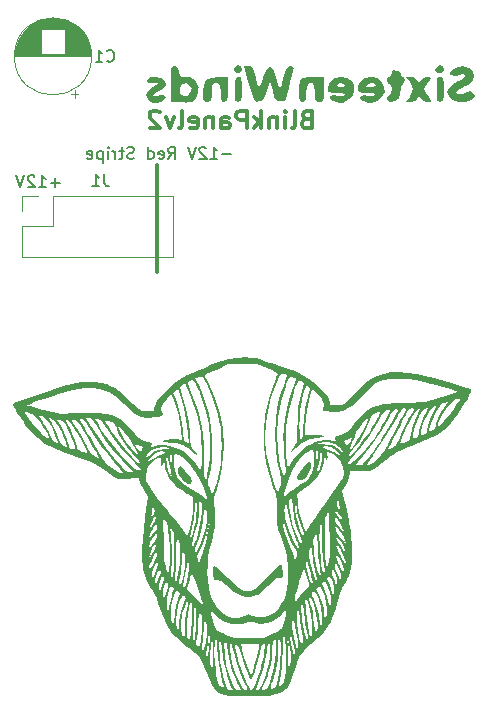
<source format=gbr>
%TF.GenerationSoftware,KiCad,Pcbnew,(6.0.0)*%
%TF.CreationDate,2022-12-16T14:26:45-08:00*%
%TF.ProjectId,LEDShieldPractice,4c454453-6869-4656-9c64-507261637469,rev?*%
%TF.SameCoordinates,Original*%
%TF.FileFunction,Legend,Bot*%
%TF.FilePolarity,Positive*%
%FSLAX46Y46*%
G04 Gerber Fmt 4.6, Leading zero omitted, Abs format (unit mm)*
G04 Created by KiCad (PCBNEW (6.0.0)) date 2022-12-16 14:26:45*
%MOMM*%
%LPD*%
G01*
G04 APERTURE LIST*
%ADD10C,0.300000*%
%ADD11C,0.350000*%
%ADD12C,0.150000*%
%ADD13C,0.120000*%
G04 APERTURE END LIST*
D10*
X49957142Y-38752857D02*
X49742857Y-38824285D01*
X49671428Y-38895714D01*
X49600000Y-39038571D01*
X49600000Y-39252857D01*
X49671428Y-39395714D01*
X49742857Y-39467142D01*
X49885714Y-39538571D01*
X50457142Y-39538571D01*
X50457142Y-38038571D01*
X49957142Y-38038571D01*
X49814285Y-38110000D01*
X49742857Y-38181428D01*
X49671428Y-38324285D01*
X49671428Y-38467142D01*
X49742857Y-38610000D01*
X49814285Y-38681428D01*
X49957142Y-38752857D01*
X50457142Y-38752857D01*
X48742857Y-39538571D02*
X48885714Y-39467142D01*
X48957142Y-39324285D01*
X48957142Y-38038571D01*
X48171428Y-39538571D02*
X48171428Y-38538571D01*
X48171428Y-38038571D02*
X48242857Y-38110000D01*
X48171428Y-38181428D01*
X48100000Y-38110000D01*
X48171428Y-38038571D01*
X48171428Y-38181428D01*
X47457142Y-38538571D02*
X47457142Y-39538571D01*
X47457142Y-38681428D02*
X47385714Y-38610000D01*
X47242857Y-38538571D01*
X47028571Y-38538571D01*
X46885714Y-38610000D01*
X46814285Y-38752857D01*
X46814285Y-39538571D01*
X46100000Y-39538571D02*
X46100000Y-38038571D01*
X45957142Y-38967142D02*
X45528571Y-39538571D01*
X45528571Y-38538571D02*
X46100000Y-39110000D01*
X44885714Y-39538571D02*
X44885714Y-38038571D01*
X44314285Y-38038571D01*
X44171428Y-38110000D01*
X44100000Y-38181428D01*
X44028571Y-38324285D01*
X44028571Y-38538571D01*
X44100000Y-38681428D01*
X44171428Y-38752857D01*
X44314285Y-38824285D01*
X44885714Y-38824285D01*
X42742857Y-39538571D02*
X42742857Y-38752857D01*
X42814285Y-38610000D01*
X42957142Y-38538571D01*
X43242857Y-38538571D01*
X43385714Y-38610000D01*
X42742857Y-39467142D02*
X42885714Y-39538571D01*
X43242857Y-39538571D01*
X43385714Y-39467142D01*
X43457142Y-39324285D01*
X43457142Y-39181428D01*
X43385714Y-39038571D01*
X43242857Y-38967142D01*
X42885714Y-38967142D01*
X42742857Y-38895714D01*
X42028571Y-38538571D02*
X42028571Y-39538571D01*
X42028571Y-38681428D02*
X41957142Y-38610000D01*
X41814285Y-38538571D01*
X41600000Y-38538571D01*
X41457142Y-38610000D01*
X41385714Y-38752857D01*
X41385714Y-39538571D01*
X40100000Y-39467142D02*
X40242857Y-39538571D01*
X40528571Y-39538571D01*
X40671428Y-39467142D01*
X40742857Y-39324285D01*
X40742857Y-38752857D01*
X40671428Y-38610000D01*
X40528571Y-38538571D01*
X40242857Y-38538571D01*
X40100000Y-38610000D01*
X40028571Y-38752857D01*
X40028571Y-38895714D01*
X40742857Y-39038571D01*
X39171428Y-39538571D02*
X39314285Y-39467142D01*
X39385714Y-39324285D01*
X39385714Y-38038571D01*
X38742857Y-38538571D02*
X38385714Y-39538571D01*
X38028571Y-38538571D01*
X37528571Y-38181428D02*
X37457142Y-38110000D01*
X37314285Y-38038571D01*
X36957142Y-38038571D01*
X36814285Y-38110000D01*
X36742857Y-38181428D01*
X36671428Y-38324285D01*
X36671428Y-38467142D01*
X36742857Y-38681428D01*
X37600000Y-39538571D01*
X36671428Y-39538571D01*
D11*
X37300000Y-51660000D02*
X37300000Y-42660000D01*
D12*
X29061904Y-44131428D02*
X28300000Y-44131428D01*
X28680952Y-44512380D02*
X28680952Y-43750476D01*
X27300000Y-44512380D02*
X27871428Y-44512380D01*
X27585714Y-44512380D02*
X27585714Y-43512380D01*
X27680952Y-43655238D01*
X27776190Y-43750476D01*
X27871428Y-43798095D01*
X26919047Y-43607619D02*
X26871428Y-43560000D01*
X26776190Y-43512380D01*
X26538095Y-43512380D01*
X26442857Y-43560000D01*
X26395238Y-43607619D01*
X26347619Y-43702857D01*
X26347619Y-43798095D01*
X26395238Y-43940952D01*
X26966666Y-44512380D01*
X26347619Y-44512380D01*
X26061904Y-43512380D02*
X25728571Y-44512380D01*
X25395238Y-43512380D01*
X43595238Y-41731428D02*
X42833333Y-41731428D01*
X41833333Y-42112380D02*
X42404761Y-42112380D01*
X42119047Y-42112380D02*
X42119047Y-41112380D01*
X42214285Y-41255238D01*
X42309523Y-41350476D01*
X42404761Y-41398095D01*
X41452380Y-41207619D02*
X41404761Y-41160000D01*
X41309523Y-41112380D01*
X41071428Y-41112380D01*
X40976190Y-41160000D01*
X40928571Y-41207619D01*
X40880952Y-41302857D01*
X40880952Y-41398095D01*
X40928571Y-41540952D01*
X41500000Y-42112380D01*
X40880952Y-42112380D01*
X40595238Y-41112380D02*
X40261904Y-42112380D01*
X39928571Y-41112380D01*
X38261904Y-42112380D02*
X38595238Y-41636190D01*
X38833333Y-42112380D02*
X38833333Y-41112380D01*
X38452380Y-41112380D01*
X38357142Y-41160000D01*
X38309523Y-41207619D01*
X38261904Y-41302857D01*
X38261904Y-41445714D01*
X38309523Y-41540952D01*
X38357142Y-41588571D01*
X38452380Y-41636190D01*
X38833333Y-41636190D01*
X37452380Y-42064761D02*
X37547619Y-42112380D01*
X37738095Y-42112380D01*
X37833333Y-42064761D01*
X37880952Y-41969523D01*
X37880952Y-41588571D01*
X37833333Y-41493333D01*
X37738095Y-41445714D01*
X37547619Y-41445714D01*
X37452380Y-41493333D01*
X37404761Y-41588571D01*
X37404761Y-41683809D01*
X37880952Y-41779047D01*
X36547619Y-42112380D02*
X36547619Y-41112380D01*
X36547619Y-42064761D02*
X36642857Y-42112380D01*
X36833333Y-42112380D01*
X36928571Y-42064761D01*
X36976190Y-42017142D01*
X37023809Y-41921904D01*
X37023809Y-41636190D01*
X36976190Y-41540952D01*
X36928571Y-41493333D01*
X36833333Y-41445714D01*
X36642857Y-41445714D01*
X36547619Y-41493333D01*
X35357142Y-42064761D02*
X35214285Y-42112380D01*
X34976190Y-42112380D01*
X34880952Y-42064761D01*
X34833333Y-42017142D01*
X34785714Y-41921904D01*
X34785714Y-41826666D01*
X34833333Y-41731428D01*
X34880952Y-41683809D01*
X34976190Y-41636190D01*
X35166666Y-41588571D01*
X35261904Y-41540952D01*
X35309523Y-41493333D01*
X35357142Y-41398095D01*
X35357142Y-41302857D01*
X35309523Y-41207619D01*
X35261904Y-41160000D01*
X35166666Y-41112380D01*
X34928571Y-41112380D01*
X34785714Y-41160000D01*
X34500000Y-41445714D02*
X34119047Y-41445714D01*
X34357142Y-41112380D02*
X34357142Y-41969523D01*
X34309523Y-42064761D01*
X34214285Y-42112380D01*
X34119047Y-42112380D01*
X33785714Y-42112380D02*
X33785714Y-41445714D01*
X33785714Y-41636190D02*
X33738095Y-41540952D01*
X33690476Y-41493333D01*
X33595238Y-41445714D01*
X33500000Y-41445714D01*
X33166666Y-42112380D02*
X33166666Y-41445714D01*
X33166666Y-41112380D02*
X33214285Y-41160000D01*
X33166666Y-41207619D01*
X33119047Y-41160000D01*
X33166666Y-41112380D01*
X33166666Y-41207619D01*
X32690476Y-41445714D02*
X32690476Y-42445714D01*
X32690476Y-41493333D02*
X32595238Y-41445714D01*
X32404761Y-41445714D01*
X32309523Y-41493333D01*
X32261904Y-41540952D01*
X32214285Y-41636190D01*
X32214285Y-41921904D01*
X32261904Y-42017142D01*
X32309523Y-42064761D01*
X32404761Y-42112380D01*
X32595238Y-42112380D01*
X32690476Y-42064761D01*
X31404761Y-42064761D02*
X31500000Y-42112380D01*
X31690476Y-42112380D01*
X31785714Y-42064761D01*
X31833333Y-41969523D01*
X31833333Y-41588571D01*
X31785714Y-41493333D01*
X31690476Y-41445714D01*
X31500000Y-41445714D01*
X31404761Y-41493333D01*
X31357142Y-41588571D01*
X31357142Y-41683809D01*
X31833333Y-41779047D01*
%TO.C,J1*%
X32833333Y-43412380D02*
X32833333Y-44126666D01*
X32880952Y-44269523D01*
X32976190Y-44364761D01*
X33119047Y-44412380D01*
X33214285Y-44412380D01*
X31833333Y-44412380D02*
X32404761Y-44412380D01*
X32119047Y-44412380D02*
X32119047Y-43412380D01*
X32214285Y-43555238D01*
X32309523Y-43650476D01*
X32404761Y-43698095D01*
%TO.C,C1*%
X33066666Y-33789521D02*
X33114285Y-33837140D01*
X33257142Y-33884759D01*
X33352380Y-33884759D01*
X33495238Y-33837140D01*
X33590476Y-33741902D01*
X33638095Y-33646664D01*
X33685714Y-33456188D01*
X33685714Y-33313331D01*
X33638095Y-33122855D01*
X33590476Y-33027617D01*
X33495238Y-32932379D01*
X33352380Y-32884759D01*
X33257142Y-32884759D01*
X33114285Y-32932379D01*
X33066666Y-32979998D01*
X32114285Y-33884759D02*
X32685714Y-33884759D01*
X32400000Y-33884759D02*
X32400000Y-32884759D01*
X32495238Y-33027617D01*
X32590476Y-33122855D01*
X32685714Y-33170474D01*
%TO.C,G\u002A\u002A\u002A*%
G36*
X47860954Y-76508388D02*
G01*
X47904093Y-76724072D01*
X47940520Y-77009291D01*
X47948976Y-77096323D01*
X47967016Y-77345630D01*
X47950741Y-77479844D01*
X47886625Y-77541480D01*
X47761138Y-77573055D01*
X47591154Y-77580868D01*
X47479763Y-77534499D01*
X47434626Y-77541326D01*
X47296284Y-77646292D01*
X47092164Y-77840490D01*
X46847621Y-78101189D01*
X46703399Y-78256173D01*
X46390686Y-78560619D01*
X46086479Y-78821501D01*
X45840114Y-78995051D01*
X45685801Y-79075999D01*
X45231108Y-79221000D01*
X44775841Y-79218349D01*
X44307426Y-79064581D01*
X43813289Y-78756232D01*
X43280856Y-78289835D01*
X43182056Y-78193754D01*
X42920123Y-77960577D01*
X42704551Y-77821888D01*
X42486603Y-77751763D01*
X42217540Y-77724280D01*
X42148455Y-77704786D01*
X42098710Y-77621680D01*
X42075255Y-77440030D01*
X42069373Y-77124558D01*
X42069416Y-77100998D01*
X42077563Y-76813381D01*
X42097071Y-76609402D01*
X42123994Y-76531891D01*
X42158673Y-76553374D01*
X42300877Y-76670529D01*
X42530195Y-76872415D01*
X42824503Y-77139414D01*
X43161677Y-77451911D01*
X43343228Y-77620246D01*
X43697847Y-77940448D01*
X44018563Y-78219401D01*
X44275944Y-78431779D01*
X44440556Y-78552261D01*
X44500395Y-78587399D01*
X44758013Y-78700267D01*
X45009751Y-78732298D01*
X45273619Y-78674461D01*
X45567628Y-78517724D01*
X45909790Y-78253057D01*
X46318115Y-77871427D01*
X46810615Y-77363804D01*
X47042880Y-77121357D01*
X47339016Y-76824964D01*
X47582035Y-76596734D01*
X47751543Y-76455594D01*
X47827147Y-76420467D01*
X47860954Y-76508388D01*
G37*
G36*
X39386027Y-68156041D02*
G01*
X39542801Y-68245284D01*
X39688746Y-68467391D01*
X39711000Y-68509010D01*
X39884527Y-68773806D01*
X40071467Y-68990150D01*
X40215998Y-69156954D01*
X40285475Y-69378299D01*
X40189773Y-69572291D01*
X40057287Y-69659586D01*
X39892194Y-69636194D01*
X39677446Y-69474339D01*
X39410252Y-69185738D01*
X39208851Y-68882441D01*
X39091793Y-68601104D01*
X39066170Y-68367832D01*
X39139075Y-68208727D01*
X39317599Y-68149891D01*
X39386027Y-68156041D01*
G37*
G36*
X50327768Y-67901385D02*
G01*
X50360287Y-68028864D01*
X50318497Y-68287872D01*
X50186925Y-68604367D01*
X49979061Y-68938239D01*
X49912343Y-69027419D01*
X49742667Y-69222492D01*
X49602931Y-69309844D01*
X49451957Y-69319239D01*
X49287803Y-69263226D01*
X49196101Y-69111547D01*
X49235659Y-68891160D01*
X49407944Y-68625209D01*
X49444620Y-68581058D01*
X49637896Y-68321542D01*
X49791269Y-68077732D01*
X49843649Y-67995911D01*
X50014310Y-67845850D01*
X50191478Y-67809150D01*
X50327768Y-67901385D01*
G37*
G36*
X63753313Y-62137315D02*
G01*
X63607735Y-62409016D01*
X63565778Y-62487322D01*
X63331042Y-62882767D01*
X63063365Y-63300666D01*
X62777008Y-63718034D01*
X62486230Y-64111885D01*
X62205292Y-64459234D01*
X61948455Y-64737097D01*
X61913085Y-64771518D01*
X61600068Y-65050438D01*
X61260123Y-65301498D01*
X60866136Y-65539791D01*
X60390991Y-65780411D01*
X59807574Y-66038453D01*
X59088769Y-66329011D01*
X58578872Y-66531881D01*
X58059065Y-66750860D01*
X57641383Y-66947787D01*
X57293539Y-67140924D01*
X56983244Y-67348534D01*
X56678210Y-67588879D01*
X56346150Y-67880219D01*
X56345353Y-67880941D01*
X55968778Y-68199485D01*
X55642593Y-68407039D01*
X55312798Y-68522529D01*
X54925390Y-68564880D01*
X54426368Y-68553017D01*
X53686784Y-68510848D01*
X53638619Y-68812057D01*
X53635589Y-68831004D01*
X53571398Y-69063032D01*
X53447667Y-69377760D01*
X53292412Y-69701540D01*
X53000429Y-70251921D01*
X53158797Y-70915406D01*
X53296846Y-71505102D01*
X53366907Y-71826069D01*
X53467896Y-72288723D01*
X53542024Y-72679439D01*
X53596865Y-72968500D01*
X53688733Y-73579304D01*
X53696700Y-73656211D01*
X53718319Y-73864891D01*
X53748477Y-74156001D01*
X53780510Y-74723409D01*
X53781078Y-74733463D01*
X53791513Y-75346558D01*
X53790560Y-75550581D01*
X53789338Y-75812244D01*
X53774635Y-76251568D01*
X53772250Y-76322843D01*
X53730422Y-76732961D01*
X53703530Y-76856726D01*
X53654572Y-77082043D01*
X53535418Y-77409535D01*
X53473446Y-77534153D01*
X53363678Y-77754885D01*
X53275005Y-77907725D01*
X53130071Y-78157537D01*
X52984110Y-78441929D01*
X52938254Y-78559842D01*
X52802990Y-78907655D01*
X52702200Y-79254545D01*
X52653419Y-79422436D01*
X52460350Y-80147732D01*
X52434534Y-80223914D01*
X52222575Y-80849407D01*
X52009660Y-81312640D01*
X51952779Y-81436393D01*
X51634839Y-81937924D01*
X51252633Y-82383238D01*
X50900763Y-82701441D01*
X50790040Y-82801570D01*
X50685229Y-82888888D01*
X50317232Y-83195468D01*
X50118361Y-83376396D01*
X49946747Y-83532526D01*
X49713101Y-83786658D01*
X49666474Y-83837373D01*
X49452781Y-84144039D01*
X49327256Y-84395840D01*
X49282035Y-84486552D01*
X49130603Y-84898939D01*
X48974852Y-85415229D01*
X48936780Y-85546407D01*
X48763844Y-86083863D01*
X48598091Y-86487457D01*
X48426477Y-86785262D01*
X48235957Y-87005350D01*
X48228200Y-87012504D01*
X47903778Y-87231488D01*
X47468812Y-87415909D01*
X46980040Y-87541544D01*
X46953035Y-87545706D01*
X46723314Y-87564919D01*
X46362945Y-87580257D01*
X45904237Y-87590922D01*
X45379498Y-87596113D01*
X44821040Y-87595028D01*
X44586771Y-87593062D01*
X44043370Y-87586669D01*
X43633961Y-87576929D01*
X43332581Y-87561361D01*
X43113269Y-87537482D01*
X42950062Y-87502812D01*
X42816997Y-87454870D01*
X42688111Y-87391173D01*
X42583940Y-87331939D01*
X42347229Y-87157620D01*
X42142462Y-86930419D01*
X41951195Y-86622536D01*
X41754986Y-86206169D01*
X41535392Y-85653517D01*
X41527522Y-85633558D01*
X42069373Y-85633558D01*
X42111706Y-85675891D01*
X42154040Y-85633558D01*
X42111706Y-85591225D01*
X42069373Y-85633558D01*
X41527522Y-85633558D01*
X41380393Y-85260411D01*
X41211339Y-84865671D01*
X41057935Y-84539540D01*
X41044365Y-84515021D01*
X41762989Y-84515021D01*
X41774793Y-84692047D01*
X41811723Y-84846899D01*
X41874073Y-85017599D01*
X42027040Y-85406949D01*
X42027040Y-84127148D01*
X42168711Y-84127148D01*
X42187852Y-84566788D01*
X42202239Y-84752211D01*
X42257987Y-85270563D01*
X42278561Y-85406949D01*
X42312745Y-85633558D01*
X42331003Y-85754593D01*
X42414836Y-86170601D01*
X42503037Y-86484889D01*
X42589158Y-86663758D01*
X42667765Y-86743168D01*
X42816330Y-86850399D01*
X42945238Y-86907676D01*
X42999614Y-86885370D01*
X42976570Y-86780630D01*
X42914970Y-86561111D01*
X42828485Y-86276412D01*
X42688452Y-85755351D01*
X42540487Y-84981212D01*
X42443419Y-84174467D01*
X42408380Y-83411058D01*
X42405989Y-83222056D01*
X42400656Y-83116465D01*
X42587610Y-83116465D01*
X42588822Y-83441518D01*
X42605582Y-83833681D01*
X42636057Y-84260379D01*
X42678413Y-84689031D01*
X42730815Y-85087062D01*
X42791430Y-85421891D01*
X42884938Y-85814496D01*
X43012720Y-86267137D01*
X43141414Y-86643037D01*
X43248642Y-86885370D01*
X43260539Y-86912257D01*
X43359614Y-87044859D01*
X43424609Y-87075801D01*
X43616261Y-87113928D01*
X43657241Y-87113312D01*
X43717549Y-87088421D01*
X43700586Y-86996986D01*
X43604862Y-86797725D01*
X43344236Y-86180280D01*
X43106525Y-85368842D01*
X42919368Y-84426029D01*
X42786795Y-83368725D01*
X42786256Y-83363022D01*
X43007209Y-83363022D01*
X43024343Y-83792058D01*
X43047902Y-84075942D01*
X43188743Y-84931625D01*
X43424684Y-85806985D01*
X43737219Y-86628391D01*
X43837337Y-86841727D01*
X43945918Y-87017530D01*
X44043265Y-87088421D01*
X44054724Y-87096766D01*
X44197602Y-87115225D01*
X44352113Y-87100439D01*
X44436429Y-87029100D01*
X44362099Y-86899325D01*
X44360291Y-86897432D01*
X44256578Y-86743855D01*
X44114085Y-86477236D01*
X43953244Y-86141953D01*
X43794486Y-85782382D01*
X43658242Y-85442903D01*
X43564944Y-85167891D01*
X43541103Y-85077622D01*
X43467036Y-84733536D01*
X43394027Y-84316660D01*
X43334916Y-83897891D01*
X43317947Y-83758655D01*
X43270405Y-83396451D01*
X43269649Y-83392131D01*
X43451945Y-83392131D01*
X43470466Y-83665058D01*
X43474067Y-83699194D01*
X43663512Y-84792682D01*
X43987666Y-85788193D01*
X44449006Y-86693389D01*
X44532302Y-86820417D01*
X44710826Y-87029100D01*
X44718735Y-87038345D01*
X44869033Y-87115225D01*
X44883804Y-87114997D01*
X44950326Y-87094818D01*
X44953433Y-87020295D01*
X44885652Y-86860888D01*
X44739506Y-86586058D01*
X44641088Y-86395568D01*
X44390586Y-85820609D01*
X44157485Y-85168145D01*
X43963873Y-84503714D01*
X43831836Y-83892854D01*
X43769673Y-83567567D01*
X43692749Y-83312517D01*
X43675865Y-83287640D01*
X43937333Y-83287640D01*
X43939727Y-83454763D01*
X43980529Y-83733902D01*
X44052066Y-84089154D01*
X44146666Y-84484615D01*
X44256655Y-84884384D01*
X44374360Y-85252558D01*
X44394388Y-85309030D01*
X44559802Y-85737159D01*
X44748862Y-86177736D01*
X44924484Y-86543725D01*
X44953342Y-86598276D01*
X45103523Y-86860740D01*
X45211142Y-87020295D01*
X45228089Y-87045421D01*
X45302504Y-87115225D01*
X45306237Y-87114907D01*
X45339044Y-87081757D01*
X45625373Y-87081757D01*
X45637003Y-87096083D01*
X45745468Y-87115225D01*
X45832149Y-87078405D01*
X45846818Y-87061718D01*
X46133373Y-87061718D01*
X46159474Y-87098048D01*
X46299164Y-87100296D01*
X46521732Y-87033027D01*
X46568662Y-87003885D01*
X46579028Y-86990007D01*
X46895373Y-86990007D01*
X46897545Y-87003024D01*
X46982765Y-87019523D01*
X47200279Y-86947912D01*
X47318941Y-86824314D01*
X47371089Y-86703797D01*
X47587435Y-86703797D01*
X47616347Y-86771552D01*
X47727579Y-86729720D01*
X47892775Y-86584688D01*
X48025069Y-86363233D01*
X48136294Y-85969642D01*
X48207182Y-85433659D01*
X48236215Y-84767294D01*
X48221874Y-83982558D01*
X48221627Y-83976895D01*
X48191120Y-83392049D01*
X48156449Y-82962108D01*
X48115602Y-82672776D01*
X48066568Y-82509760D01*
X48053245Y-82498290D01*
X48298466Y-82498290D01*
X48302382Y-82585558D01*
X48304305Y-82601844D01*
X48328413Y-82862219D01*
X48355849Y-83239372D01*
X48383380Y-83685273D01*
X48407776Y-84151891D01*
X48436812Y-84767294D01*
X48461706Y-85294891D01*
X48584304Y-84872151D01*
X48626788Y-84723145D01*
X48665689Y-84555938D01*
X48681255Y-84395840D01*
X48671037Y-84208319D01*
X48632586Y-83958843D01*
X48563454Y-83612877D01*
X48461192Y-83135891D01*
X48447279Y-83071877D01*
X48375513Y-82757389D01*
X48324376Y-82560880D01*
X48298466Y-82498290D01*
X48053245Y-82498290D01*
X48007332Y-82458764D01*
X47997031Y-82482464D01*
X47979273Y-82641305D01*
X47964480Y-82924853D01*
X47953964Y-83304073D01*
X47950501Y-83617233D01*
X47949034Y-83749931D01*
X47948651Y-83814685D01*
X47927434Y-84498936D01*
X47877890Y-85161382D01*
X47804408Y-85765227D01*
X47711376Y-86273675D01*
X47603182Y-86649928D01*
X47587435Y-86703797D01*
X47371089Y-86703797D01*
X47436248Y-86553210D01*
X47543210Y-86160658D01*
X47635273Y-85671034D01*
X47707885Y-85108710D01*
X47756491Y-84498062D01*
X47776538Y-83863464D01*
X47777319Y-83617233D01*
X47771537Y-83180020D01*
X47754136Y-82885304D01*
X47723631Y-82714722D01*
X47678540Y-82649909D01*
X47633717Y-82664942D01*
X47597869Y-82780907D01*
X47578509Y-83023568D01*
X47572706Y-83414078D01*
X47572525Y-83463467D01*
X47572503Y-83469533D01*
X47511381Y-84435007D01*
X47350651Y-85416043D01*
X47103874Y-86328343D01*
X47081557Y-86395055D01*
X46986939Y-86683713D01*
X46920469Y-86896020D01*
X46895373Y-86990007D01*
X46579028Y-86990007D01*
X46707047Y-86818617D01*
X46849725Y-86503074D01*
X46989685Y-86085638D01*
X47119919Y-85594691D01*
X47233415Y-85058618D01*
X47323163Y-84505801D01*
X47382152Y-83964623D01*
X47403373Y-83463467D01*
X47402838Y-83377077D01*
X47391846Y-83082080D01*
X47369576Y-82875798D01*
X47339873Y-82798521D01*
X47238273Y-82826708D01*
X47161868Y-82926281D01*
X47108599Y-83121674D01*
X47071903Y-83437380D01*
X47062216Y-83604531D01*
X47045216Y-83897891D01*
X47043031Y-83946165D01*
X47009962Y-84446666D01*
X46955459Y-84854392D01*
X46867109Y-85239819D01*
X46732499Y-85673422D01*
X46663806Y-85871232D01*
X46525942Y-86237447D01*
X46397070Y-86544723D01*
X46298056Y-86741749D01*
X46273942Y-86781342D01*
X46173938Y-86961012D01*
X46133373Y-87061718D01*
X45846818Y-87061718D01*
X45984537Y-86905057D01*
X46155589Y-86615288D01*
X46332359Y-86237626D01*
X46501904Y-85800602D01*
X46651278Y-85332745D01*
X46767538Y-84862584D01*
X46790251Y-84745498D01*
X46848498Y-84353075D01*
X46883944Y-83961653D01*
X46896180Y-83604531D01*
X46884798Y-83315011D01*
X46849387Y-83126390D01*
X46789540Y-83071971D01*
X46772813Y-83083991D01*
X46708712Y-83222358D01*
X46707787Y-83224354D01*
X46639547Y-83494003D01*
X46576388Y-83862193D01*
X46519159Y-84224873D01*
X46252067Y-85392682D01*
X45876519Y-86458104D01*
X45853214Y-86513013D01*
X45737561Y-86790279D01*
X45656151Y-86993425D01*
X45625373Y-87081757D01*
X45339044Y-87081757D01*
X45390001Y-87030268D01*
X45510214Y-86817383D01*
X45653320Y-86507556D01*
X45805764Y-86132091D01*
X45953990Y-85722292D01*
X46084443Y-85309463D01*
X46140868Y-85100191D01*
X46235408Y-84695528D01*
X46325052Y-84255575D01*
X46400541Y-83830170D01*
X46452623Y-83469152D01*
X46472040Y-83222358D01*
X46471244Y-83210328D01*
X46409508Y-83165273D01*
X46289007Y-83205187D01*
X46269123Y-83220558D01*
X46165861Y-83300383D01*
X46096188Y-83421175D01*
X45988825Y-83942860D01*
X45846032Y-84564538D01*
X45704009Y-85109285D01*
X45568289Y-85559102D01*
X45444408Y-85895989D01*
X45337901Y-86101948D01*
X45254303Y-86158979D01*
X45212937Y-86122981D01*
X45109252Y-85949692D01*
X44978126Y-85664294D01*
X44832186Y-85299177D01*
X44684063Y-84886733D01*
X44546386Y-84459353D01*
X44431784Y-84049428D01*
X44318407Y-83661327D01*
X44190422Y-83365769D01*
X44066280Y-83230705D01*
X43948612Y-83260430D01*
X43937333Y-83287640D01*
X43675865Y-83287640D01*
X43630335Y-83220558D01*
X44421195Y-83220558D01*
X44478724Y-83538058D01*
X44508624Y-83670579D01*
X44589056Y-83965270D01*
X44700127Y-84335639D01*
X44827225Y-84731644D01*
X44924788Y-85024306D01*
X45053260Y-85396998D01*
X45146721Y-85633804D01*
X45216175Y-85750450D01*
X45272626Y-85762663D01*
X45327077Y-85686169D01*
X45390532Y-85536693D01*
X45426367Y-85437284D01*
X45519855Y-85131015D01*
X45627833Y-84733296D01*
X45737457Y-84294556D01*
X45835887Y-83865223D01*
X45910280Y-83495725D01*
X45959806Y-83220558D01*
X44421195Y-83220558D01*
X43630335Y-83220558D01*
X43601380Y-83177897D01*
X43483336Y-83137188D01*
X43457667Y-83201513D01*
X43451945Y-83392131D01*
X43269649Y-83392131D01*
X43229924Y-83165033D01*
X43188226Y-83035507D01*
X43137033Y-82978980D01*
X43068065Y-82966558D01*
X43050819Y-82974129D01*
X43015888Y-83093136D01*
X43007209Y-83363022D01*
X42786256Y-83363022D01*
X42786167Y-83362083D01*
X42746875Y-83077283D01*
X42695747Y-82874492D01*
X42643679Y-82797225D01*
X42639167Y-82798006D01*
X42603780Y-82891102D01*
X42587610Y-83116465D01*
X42400656Y-83116465D01*
X42390572Y-82916802D01*
X42364039Y-82706328D01*
X42330112Y-82627891D01*
X42322270Y-82629281D01*
X42266215Y-82727914D01*
X42220464Y-82959286D01*
X42187385Y-83291128D01*
X42169345Y-83691171D01*
X42168711Y-84127148D01*
X42027040Y-84127148D01*
X42027040Y-83939807D01*
X42026603Y-83535464D01*
X42025066Y-83113379D01*
X42022621Y-82779982D01*
X42019474Y-82562155D01*
X42015832Y-82486778D01*
X42015067Y-82488913D01*
X41997798Y-82592581D01*
X41963634Y-82827836D01*
X41917137Y-83162543D01*
X41862866Y-83564570D01*
X41813586Y-83942354D01*
X41776018Y-84277798D01*
X41762989Y-84515021D01*
X41044365Y-84515021D01*
X40940597Y-84327532D01*
X40843568Y-84206903D01*
X40597613Y-83966746D01*
X40563227Y-83937845D01*
X41441196Y-83937845D01*
X41470411Y-84137167D01*
X41484484Y-84161015D01*
X41537868Y-84215314D01*
X41583126Y-84175822D01*
X41626079Y-84023825D01*
X41672544Y-83740604D01*
X41728338Y-83307446D01*
X41765677Y-82983187D01*
X41804899Y-82552311D01*
X41812138Y-82281527D01*
X41787405Y-82166916D01*
X41730706Y-82204558D01*
X41716570Y-82231502D01*
X41667724Y-82422386D01*
X41647336Y-82673603D01*
X41637634Y-82836323D01*
X41590787Y-83168378D01*
X41518438Y-83505545D01*
X41495653Y-83597361D01*
X41441196Y-83937845D01*
X40563227Y-83937845D01*
X40265109Y-83687280D01*
X40002019Y-83489889D01*
X41107361Y-83489889D01*
X41124453Y-83630546D01*
X41172937Y-83713347D01*
X41207312Y-83741714D01*
X41266201Y-83730696D01*
X41318238Y-83602769D01*
X41377135Y-83332347D01*
X41438075Y-82987472D01*
X41514540Y-82406822D01*
X41541692Y-81926404D01*
X41518833Y-81566589D01*
X41445264Y-81347746D01*
X41375846Y-81253490D01*
X41328301Y-81228651D01*
X41310017Y-81327111D01*
X41306774Y-81571886D01*
X41304547Y-81664042D01*
X41304448Y-81665448D01*
X41281722Y-81988656D01*
X41239520Y-82388385D01*
X41184526Y-82797225D01*
X41169050Y-82900959D01*
X41122086Y-83257864D01*
X41107361Y-83489889D01*
X40002019Y-83489889D01*
X39880740Y-83398896D01*
X39578710Y-83175940D01*
X39556225Y-83158031D01*
X40617658Y-83158031D01*
X40649341Y-83269878D01*
X40722530Y-83354638D01*
X40761506Y-83388164D01*
X40835674Y-83426478D01*
X40891857Y-83388246D01*
X40939788Y-83250596D01*
X40989202Y-82990657D01*
X41049832Y-82585558D01*
X41095425Y-82215467D01*
X41133115Y-81665448D01*
X41127201Y-81197847D01*
X41078540Y-80839954D01*
X40987991Y-80619058D01*
X40977659Y-80605800D01*
X40912467Y-80533084D01*
X40870572Y-80533215D01*
X40844895Y-80630297D01*
X40834307Y-80769928D01*
X40828354Y-80848433D01*
X40813867Y-81211725D01*
X40810380Y-81296826D01*
X40780217Y-81754809D01*
X40734336Y-82221396D01*
X40681192Y-82607622D01*
X40669168Y-82678749D01*
X40625071Y-82975516D01*
X40617658Y-83158031D01*
X39556225Y-83158031D01*
X39215776Y-82886872D01*
X38903589Y-82616094D01*
X38687285Y-82401332D01*
X38517586Y-82189464D01*
X38155191Y-81600029D01*
X37815433Y-80852165D01*
X37723259Y-80587970D01*
X38480036Y-80587970D01*
X38508584Y-80996076D01*
X38519757Y-81054159D01*
X38589456Y-81334325D01*
X38652778Y-81446770D01*
X38707891Y-81392847D01*
X38752962Y-81173907D01*
X38755994Y-81138961D01*
X38936706Y-81138961D01*
X38945896Y-81492027D01*
X38986245Y-81812941D01*
X39061014Y-81997876D01*
X39071560Y-82011651D01*
X39133087Y-82073198D01*
X39167709Y-82041058D01*
X39183370Y-81890024D01*
X39186677Y-81679874D01*
X39362268Y-81679874D01*
X39372361Y-82029071D01*
X39405547Y-82297492D01*
X39461640Y-82441625D01*
X39485935Y-82465067D01*
X39610831Y-82538140D01*
X39665208Y-82458774D01*
X39650152Y-82225725D01*
X39636209Y-81968557D01*
X39639333Y-81886244D01*
X39811770Y-81886244D01*
X39827732Y-82304249D01*
X39874899Y-82586388D01*
X39946558Y-82782771D01*
X40024583Y-82825163D01*
X40097681Y-82709201D01*
X40111187Y-82643024D01*
X40320379Y-82643024D01*
X40322258Y-82933576D01*
X40355384Y-83064436D01*
X40389039Y-83070153D01*
X40444465Y-82962441D01*
X40495916Y-82732077D01*
X40541566Y-82408475D01*
X40579590Y-82021046D01*
X40608164Y-81599204D01*
X40625461Y-81172360D01*
X40629656Y-80769928D01*
X40619860Y-80451770D01*
X41900040Y-80451770D01*
X41918512Y-80607662D01*
X41972824Y-80876273D01*
X42049331Y-81194654D01*
X42134196Y-81508848D01*
X42213586Y-81764899D01*
X42273663Y-81908849D01*
X42289751Y-81926404D01*
X42312923Y-81951689D01*
X42495482Y-82081453D01*
X42773843Y-82237317D01*
X42867160Y-82281527D01*
X43105298Y-82394348D01*
X43823089Y-82706099D01*
X45073594Y-82696811D01*
X46324098Y-82687524D01*
X47054236Y-82330646D01*
X47225475Y-82244516D01*
X47435962Y-82129880D01*
X48512721Y-82129880D01*
X48524194Y-82322660D01*
X48566578Y-82646471D01*
X48641330Y-83093558D01*
X48728376Y-83545776D01*
X48800158Y-83844443D01*
X48860555Y-83997564D01*
X48914040Y-84016458D01*
X48965089Y-83912440D01*
X48989155Y-83786658D01*
X48970307Y-83644863D01*
X48944399Y-83576610D01*
X48884135Y-83367153D01*
X48804818Y-83059235D01*
X48716756Y-82691606D01*
X48649219Y-82415288D01*
X48576689Y-82168438D01*
X48530705Y-82075887D01*
X48512721Y-82129880D01*
X47435962Y-82129880D01*
X47541575Y-82072361D01*
X47788983Y-81920435D01*
X47925123Y-81813996D01*
X47994457Y-81692748D01*
X48086389Y-81428229D01*
X48091184Y-81408714D01*
X48763559Y-81408714D01*
X48769774Y-81770181D01*
X48808951Y-82182157D01*
X48879670Y-82601189D01*
X48964787Y-82986621D01*
X49044132Y-83286222D01*
X49111713Y-83452871D01*
X49175263Y-83504882D01*
X49242515Y-83460570D01*
X49281885Y-83376396D01*
X49281153Y-83188200D01*
X49215728Y-82881627D01*
X49202810Y-82830053D01*
X49131149Y-82494406D01*
X49057393Y-82083344D01*
X48995632Y-81674161D01*
X48975195Y-81530763D01*
X48921357Y-81234955D01*
X48873689Y-81074296D01*
X49116741Y-81074296D01*
X49149032Y-81532822D01*
X49216184Y-82037067D01*
X49316423Y-82553231D01*
X49339018Y-82650559D01*
X49419804Y-82945911D01*
X49493209Y-83095768D01*
X49572434Y-83117894D01*
X49670676Y-83030058D01*
X49673051Y-83027008D01*
X49703483Y-82888888D01*
X49679675Y-82619448D01*
X49600423Y-82204558D01*
X49594509Y-82177166D01*
X49509623Y-81729293D01*
X49434898Y-81245498D01*
X49385904Y-80825852D01*
X49367310Y-80620401D01*
X49339143Y-80381036D01*
X49308305Y-80272241D01*
X49265340Y-80269653D01*
X49200793Y-80348911D01*
X49163834Y-80429600D01*
X49161932Y-80441421D01*
X49121084Y-80695288D01*
X49116741Y-81074296D01*
X48873689Y-81074296D01*
X48870556Y-81063736D01*
X48828593Y-81039161D01*
X48791728Y-81141205D01*
X48763559Y-81408714D01*
X48091184Y-81408714D01*
X48168468Y-81094166D01*
X48227437Y-80746562D01*
X48250040Y-80441421D01*
X48241213Y-80339854D01*
X48197786Y-80325588D01*
X48095066Y-80415148D01*
X47908362Y-80621550D01*
X47649129Y-80876976D01*
X47141176Y-81214058D01*
X46581364Y-81413299D01*
X45999868Y-81465693D01*
X45426862Y-81362233D01*
X45245838Y-81312869D01*
X45030992Y-81310767D01*
X44773395Y-81392471D01*
X44514965Y-81469356D01*
X44031032Y-81521403D01*
X43535855Y-81484739D01*
X43108071Y-81360857D01*
X42902952Y-81246059D01*
X42605779Y-81036980D01*
X42324904Y-80800797D01*
X42310103Y-80786981D01*
X42102948Y-80600359D01*
X41955932Y-80480136D01*
X41900040Y-80451770D01*
X40619860Y-80451770D01*
X40618923Y-80421320D01*
X40591437Y-80155948D01*
X40558141Y-80045558D01*
X41222706Y-80045558D01*
X41265040Y-80087891D01*
X41307373Y-80045558D01*
X41265040Y-80003225D01*
X41222706Y-80045558D01*
X40558141Y-80045558D01*
X40545373Y-80003225D01*
X40539349Y-79994586D01*
X40495895Y-79997282D01*
X40470646Y-80150938D01*
X40462003Y-80464408D01*
X40461192Y-80503699D01*
X40457717Y-80672090D01*
X40438114Y-81084791D01*
X40406355Y-81555308D01*
X40366537Y-82017004D01*
X40349677Y-82199502D01*
X40320379Y-82643024D01*
X40111187Y-82643024D01*
X40154556Y-82430521D01*
X40166744Y-82327781D01*
X40208242Y-81892841D01*
X40240440Y-81421007D01*
X40262399Y-80946539D01*
X40273181Y-80503699D01*
X40271849Y-80126749D01*
X40257465Y-79849949D01*
X40229090Y-79707562D01*
X40202508Y-79666193D01*
X40152673Y-79650666D01*
X40104063Y-79758015D01*
X40043029Y-80010458D01*
X40013869Y-80150467D01*
X39909439Y-80760336D01*
X39840540Y-81355267D01*
X39811770Y-81886244D01*
X39639333Y-81886244D01*
X39650598Y-81589425D01*
X39688859Y-81140163D01*
X39745964Y-80669117D01*
X39816889Y-80224634D01*
X39896607Y-79855058D01*
X39938521Y-79673626D01*
X39965509Y-79484080D01*
X39950730Y-79410558D01*
X39936360Y-79415283D01*
X39854776Y-79523584D01*
X39749350Y-79743927D01*
X39636482Y-80034947D01*
X39532569Y-80355279D01*
X39454010Y-80663559D01*
X39412108Y-80913209D01*
X39375455Y-81293416D01*
X39362268Y-81679874D01*
X39186677Y-81679874D01*
X39188014Y-81594892D01*
X39194681Y-81345273D01*
X39313117Y-80481956D01*
X39583170Y-79674209D01*
X39688589Y-79425598D01*
X39733018Y-79271408D01*
X39713952Y-79181196D01*
X39635640Y-79109213D01*
X39584588Y-79074746D01*
X39479113Y-79059631D01*
X39382668Y-79184229D01*
X39250325Y-79464242D01*
X39085821Y-79983679D01*
X38976417Y-80563238D01*
X38936706Y-81138961D01*
X38755994Y-81138961D01*
X38786160Y-80791301D01*
X38812206Y-80470721D01*
X38902383Y-79951369D01*
X39061518Y-79465249D01*
X39082184Y-79413494D01*
X39189953Y-79127406D01*
X39235830Y-78949674D01*
X39225795Y-78839661D01*
X39165832Y-78756731D01*
X39065181Y-78682148D01*
X38951740Y-78696307D01*
X38843695Y-78849388D01*
X38725360Y-79155595D01*
X38613384Y-79555953D01*
X38517351Y-80087716D01*
X38480036Y-80587970D01*
X37723259Y-80587970D01*
X37506492Y-79966656D01*
X38108796Y-79966656D01*
X38143404Y-80236058D01*
X38197205Y-80376297D01*
X38267361Y-80419041D01*
X38322015Y-80316432D01*
X38344040Y-80081653D01*
X38344262Y-80065216D01*
X38376407Y-79803037D01*
X38452420Y-79458673D01*
X38557077Y-79102119D01*
X38604197Y-78958664D01*
X38694602Y-78638076D01*
X38706891Y-78526344D01*
X39856261Y-78526344D01*
X40273380Y-78949674D01*
X40547374Y-79227747D01*
X40590542Y-79271408D01*
X40733223Y-79415717D01*
X40802538Y-79484080D01*
X40965186Y-79644494D01*
X41107809Y-79770304D01*
X41178865Y-79805023D01*
X41196125Y-79760526D01*
X41177362Y-79648687D01*
X41141421Y-79521016D01*
X41057114Y-79264362D01*
X40939885Y-78927501D01*
X40802383Y-78544740D01*
X40657259Y-78150385D01*
X40517160Y-77778742D01*
X40394738Y-77464117D01*
X40302641Y-77240817D01*
X40253518Y-77143147D01*
X40252925Y-77142588D01*
X40209793Y-77188266D01*
X40160421Y-77347401D01*
X40131624Y-77469476D01*
X40061586Y-77749566D01*
X39981078Y-78058284D01*
X39879441Y-78439418D01*
X39856261Y-78526344D01*
X38706891Y-78526344D01*
X38716451Y-78439418D01*
X38669651Y-78338189D01*
X38558820Y-78311044D01*
X39523413Y-78311044D01*
X39573422Y-78395982D01*
X39618439Y-78411063D01*
X39684485Y-78342602D01*
X39761763Y-78149483D01*
X39860499Y-77810864D01*
X39968577Y-77370107D01*
X40036125Y-76950718D01*
X40036782Y-76625667D01*
X39973065Y-76362558D01*
X39929758Y-76272894D01*
X39894716Y-76279975D01*
X39863222Y-76415002D01*
X39826367Y-76698367D01*
X39792314Y-76938279D01*
X39709949Y-77379170D01*
X39615181Y-77777110D01*
X39583911Y-77892847D01*
X39526051Y-78156057D01*
X39523413Y-78311044D01*
X38558820Y-78311044D01*
X38554112Y-78309891D01*
X38548647Y-78310109D01*
X38439875Y-78395789D01*
X38334190Y-78609684D01*
X38239915Y-78912756D01*
X38165376Y-79265967D01*
X38118895Y-79630279D01*
X38108796Y-79966656D01*
X37506492Y-79966656D01*
X37501639Y-79952745D01*
X37422403Y-79710941D01*
X37280081Y-79331843D01*
X37139644Y-79014508D01*
X37059600Y-78874720D01*
X37779429Y-78874720D01*
X37818247Y-79103863D01*
X37827111Y-79130970D01*
X37884831Y-79285536D01*
X37914249Y-79325891D01*
X37915515Y-79321431D01*
X37952516Y-79207916D01*
X38027886Y-78983312D01*
X38127120Y-78690891D01*
X38230168Y-78355491D01*
X38271078Y-78118178D01*
X38254088Y-78045760D01*
X39178922Y-78045760D01*
X39218191Y-78118178D01*
X39228105Y-78136462D01*
X39251326Y-78149169D01*
X39317162Y-78106180D01*
X39389866Y-77932113D01*
X39478090Y-77608708D01*
X39553890Y-77263992D01*
X39642810Y-76695325D01*
X39680808Y-76175783D01*
X39666491Y-75759657D01*
X40693963Y-75759657D01*
X40738748Y-75987784D01*
X40751698Y-76028397D01*
X40810588Y-76175783D01*
X40822540Y-76205696D01*
X40877079Y-76277476D01*
X40899279Y-76260702D01*
X40970741Y-76116897D01*
X41066980Y-75849871D01*
X41180311Y-75488678D01*
X41303047Y-75062374D01*
X41427501Y-74600011D01*
X41545987Y-74130645D01*
X41650819Y-73683329D01*
X41734310Y-73287117D01*
X41788773Y-72971064D01*
X41806523Y-72764225D01*
X41805396Y-72728613D01*
X41791552Y-72636963D01*
X41760904Y-72681986D01*
X41709650Y-72873781D01*
X41633987Y-73222444D01*
X41571158Y-73499092D01*
X41363598Y-74205892D01*
X41106176Y-74865262D01*
X40821455Y-75416284D01*
X40739577Y-75565638D01*
X40693963Y-75759657D01*
X39666491Y-75759657D01*
X39665889Y-75742154D01*
X39596060Y-75431225D01*
X39558361Y-75342297D01*
X39516123Y-75268185D01*
X39486368Y-75283660D01*
X39463451Y-75408585D01*
X39441726Y-75662819D01*
X39415547Y-76066225D01*
X39395863Y-76333609D01*
X39350879Y-76790968D01*
X39297163Y-77210017D01*
X39242479Y-77525312D01*
X39231087Y-77578428D01*
X39179630Y-77871905D01*
X39178922Y-78045760D01*
X38254088Y-78045760D01*
X38241567Y-77992391D01*
X38149086Y-77907739D01*
X38057712Y-77918906D01*
X37970500Y-78065374D01*
X37871589Y-78363030D01*
X37811299Y-78597180D01*
X37779429Y-78874720D01*
X37059600Y-78874720D01*
X37022394Y-78809745D01*
X36925184Y-78672291D01*
X36745972Y-78367675D01*
X37466962Y-78367675D01*
X37493505Y-78553504D01*
X37504794Y-78573298D01*
X37567086Y-78644206D01*
X37611023Y-78563891D01*
X37637904Y-78481736D01*
X37710826Y-78263851D01*
X37802830Y-77992238D01*
X37872947Y-77759203D01*
X38834839Y-77759203D01*
X38900232Y-77856761D01*
X38969191Y-77805145D01*
X39040013Y-77606186D01*
X39107203Y-77280919D01*
X39167115Y-76851129D01*
X39216100Y-76338597D01*
X39250509Y-75765107D01*
X39255367Y-75650437D01*
X39269131Y-75225249D01*
X39268605Y-75138570D01*
X40513114Y-75138570D01*
X40522359Y-75225249D01*
X40532528Y-75320597D01*
X40579484Y-75360533D01*
X40651328Y-75309126D01*
X40757702Y-75138332D01*
X40913152Y-74829381D01*
X41108989Y-74371408D01*
X41288668Y-73837785D01*
X41426588Y-73301285D01*
X41517245Y-72793387D01*
X41555132Y-72345568D01*
X41534747Y-71989305D01*
X41450584Y-71756076D01*
X41403946Y-71710500D01*
X41361862Y-71734993D01*
X41324004Y-71860641D01*
X41283901Y-72109943D01*
X41235081Y-72505396D01*
X41193610Y-72820465D01*
X41046456Y-73602098D01*
X40850994Y-74295820D01*
X40617595Y-74862049D01*
X40616618Y-74863970D01*
X40513114Y-75138570D01*
X39268605Y-75138570D01*
X39267308Y-74924811D01*
X39246904Y-74712967D01*
X39239576Y-74685139D01*
X40284670Y-74685139D01*
X40294491Y-74838558D01*
X40353630Y-74875004D01*
X40445650Y-74787189D01*
X40552614Y-74576628D01*
X40667321Y-74267661D01*
X40782572Y-73884626D01*
X40891166Y-73451863D01*
X40985904Y-72993710D01*
X41059586Y-72534508D01*
X41105011Y-72098595D01*
X41120294Y-71862251D01*
X41130502Y-71569474D01*
X41116806Y-71384246D01*
X41074800Y-71268116D01*
X41000081Y-71182631D01*
X40940638Y-71131239D01*
X40875373Y-71103043D01*
X40857394Y-71187574D01*
X40868454Y-71370051D01*
X40871043Y-71412757D01*
X40874435Y-71774490D01*
X40829654Y-72297912D01*
X40740564Y-72878313D01*
X40615775Y-73461153D01*
X40463895Y-73991891D01*
X40462324Y-73996600D01*
X40341938Y-74397870D01*
X40284670Y-74685139D01*
X39239576Y-74685139D01*
X39204927Y-74553562D01*
X39138386Y-74410441D01*
X39076171Y-74295842D01*
X40061631Y-74295842D01*
X40074541Y-74392223D01*
X40123070Y-74369188D01*
X40206675Y-74203558D01*
X40329465Y-73857635D01*
X40461441Y-73363328D01*
X40568932Y-72826782D01*
X40646300Y-72288630D01*
X40687907Y-71789509D01*
X40688117Y-71370051D01*
X40641291Y-71070891D01*
X40640435Y-71068225D01*
X40598619Y-70960760D01*
X40573014Y-70970174D01*
X40559014Y-71113947D01*
X40552011Y-71409558D01*
X40550653Y-71483803D01*
X40446972Y-72590089D01*
X40194136Y-73667097D01*
X40144831Y-73837544D01*
X40084880Y-74103222D01*
X40061631Y-74295842D01*
X39076171Y-74295842D01*
X38980106Y-74118891D01*
X38949524Y-75058617D01*
X38923621Y-75854558D01*
X38919613Y-75975845D01*
X38900991Y-76496692D01*
X38882305Y-76957500D01*
X38864810Y-77330965D01*
X38849764Y-77589781D01*
X38838421Y-77706641D01*
X38834839Y-77759203D01*
X37872947Y-77759203D01*
X37882160Y-77728583D01*
X37901409Y-77550626D01*
X37854231Y-77447549D01*
X37819771Y-77415130D01*
X37750958Y-77382789D01*
X37693198Y-77439666D01*
X37630044Y-77611003D01*
X37545047Y-77922045D01*
X37513678Y-78051802D01*
X37466962Y-78367675D01*
X36745972Y-78367675D01*
X36636125Y-78180963D01*
X36491883Y-77873419D01*
X37117783Y-77873419D01*
X37200170Y-78105702D01*
X37267122Y-78190745D01*
X37315547Y-78209577D01*
X37325347Y-78077966D01*
X37337958Y-77977895D01*
X37399401Y-77733049D01*
X37494230Y-77450998D01*
X37516741Y-77390005D01*
X37602430Y-77069366D01*
X37584144Y-76878590D01*
X37579657Y-76870900D01*
X37520707Y-76827533D01*
X37448477Y-76905453D01*
X37343500Y-77124558D01*
X37296681Y-77236956D01*
X37193145Y-77513005D01*
X37128409Y-77724702D01*
X37117783Y-77873419D01*
X36491883Y-77873419D01*
X36374893Y-77623979D01*
X36286356Y-77377459D01*
X36859776Y-77377459D01*
X36903560Y-77547891D01*
X36969341Y-77625048D01*
X36988077Y-77558478D01*
X37013073Y-77450839D01*
X37092855Y-77228582D01*
X37208211Y-76954430D01*
X37302194Y-76716719D01*
X37378628Y-76448522D01*
X37395834Y-76266510D01*
X37380476Y-76195587D01*
X37341969Y-76167942D01*
X37269788Y-76260346D01*
X37145095Y-76489558D01*
X37063133Y-76657745D01*
X36942704Y-76945191D01*
X36872955Y-77166891D01*
X36859776Y-77377459D01*
X36286356Y-77377459D01*
X36178733Y-77077798D01*
X36173507Y-77059648D01*
X36124655Y-76800558D01*
X36661332Y-76800558D01*
X36724250Y-76789285D01*
X36845525Y-76633205D01*
X37017676Y-76333651D01*
X37137709Y-76092579D01*
X37281023Y-75722629D01*
X37312392Y-75468063D01*
X37311602Y-75461520D01*
X37290587Y-75332581D01*
X37256254Y-75309927D01*
X37187398Y-75408413D01*
X37062814Y-75642891D01*
X36983748Y-75802111D01*
X36841609Y-76119004D01*
X36740592Y-76383040D01*
X36740492Y-76383347D01*
X36664253Y-76665689D01*
X36661332Y-76800558D01*
X36124655Y-76800558D01*
X36084157Y-76585771D01*
X36045924Y-76057192D01*
X36585103Y-76057192D01*
X36601319Y-76146910D01*
X36626651Y-76163619D01*
X36670676Y-76023891D01*
X36735108Y-75861739D01*
X36865204Y-75602360D01*
X37028314Y-75315133D01*
X37141350Y-75115533D01*
X37261745Y-74863052D01*
X37328116Y-74671981D01*
X37335749Y-74565179D01*
X37279932Y-74565506D01*
X37155956Y-74695824D01*
X37065700Y-74829534D01*
X36915473Y-75097177D01*
X36770657Y-75396710D01*
X36679489Y-75627701D01*
X36603507Y-75886920D01*
X36585103Y-76057192D01*
X36045924Y-76057192D01*
X36039503Y-75968419D01*
X36039060Y-75226433D01*
X36044351Y-75122799D01*
X36585619Y-75122799D01*
X36603518Y-75224526D01*
X36629573Y-75246698D01*
X36681228Y-75112031D01*
X36727545Y-75011989D01*
X36862692Y-74787790D01*
X37037950Y-74539798D01*
X37119958Y-74424388D01*
X37270260Y-74147346D01*
X37324995Y-73927659D01*
X37321950Y-73695558D01*
X37113444Y-73949558D01*
X37063044Y-74014839D01*
X36886502Y-74284423D01*
X36730789Y-74572466D01*
X36681817Y-74686557D01*
X36603367Y-74939347D01*
X36585619Y-75122799D01*
X36044351Y-75122799D01*
X36082342Y-74378654D01*
X36085552Y-74343978D01*
X36584624Y-74343978D01*
X36590079Y-74355109D01*
X36646146Y-74331298D01*
X36725216Y-74185745D01*
X36738098Y-74156713D01*
X36886481Y-73915643D01*
X37080192Y-73689664D01*
X37114921Y-73655380D01*
X37280123Y-73421418D01*
X37325347Y-73150551D01*
X37324865Y-73104408D01*
X37315219Y-72939448D01*
X37277377Y-72918019D01*
X37188734Y-73018225D01*
X37092733Y-73165763D01*
X36951705Y-73419728D01*
X36802987Y-73715570D01*
X36801580Y-73718522D01*
X36680028Y-73997057D01*
X36602105Y-74221669D01*
X36584624Y-74343978D01*
X36085552Y-74343978D01*
X36168864Y-73443924D01*
X36169410Y-73439686D01*
X36668238Y-73439686D01*
X36673311Y-73441996D01*
X36746089Y-73383259D01*
X36860211Y-73219539D01*
X36991338Y-72994951D01*
X37115132Y-72753613D01*
X37207257Y-72539641D01*
X37243373Y-72397150D01*
X37243373Y-72343664D01*
X37738218Y-72343664D01*
X37791114Y-72554420D01*
X37793220Y-72564050D01*
X37810721Y-72730429D01*
X37828081Y-73032747D01*
X37832703Y-73150551D01*
X37844108Y-73441274D01*
X37857611Y-73926279D01*
X37857636Y-73927659D01*
X37867399Y-74458033D01*
X37869112Y-74565179D01*
X37872459Y-74774496D01*
X37887175Y-75347795D01*
X37893037Y-75468063D01*
X37908729Y-75790028D01*
X37939173Y-76127337D01*
X37961454Y-76266510D01*
X37980562Y-76385865D01*
X38034947Y-76591754D01*
X38097417Y-76768380D01*
X38187082Y-76977689D01*
X38246810Y-77069366D01*
X38252365Y-77077893D01*
X38261351Y-77080416D01*
X38304389Y-77000714D01*
X38340488Y-76786810D01*
X38368585Y-76468086D01*
X38387617Y-76073924D01*
X38396520Y-75633708D01*
X38394230Y-75176820D01*
X38379684Y-74732642D01*
X38351817Y-74330558D01*
X38328865Y-74094869D01*
X38271980Y-73604322D01*
X38216079Y-73272225D01*
X38426827Y-73272225D01*
X38491267Y-73907225D01*
X38526968Y-74401167D01*
X38548264Y-75012948D01*
X38553419Y-75633708D01*
X38553740Y-75672376D01*
X38542902Y-76318290D01*
X38515261Y-76889531D01*
X38505018Y-77138931D01*
X38519560Y-77410517D01*
X38566138Y-77549856D01*
X38567269Y-77550626D01*
X38579666Y-77559062D01*
X38633606Y-77497835D01*
X38679577Y-77280373D01*
X38716731Y-76917198D01*
X38744221Y-76418833D01*
X38761198Y-75795798D01*
X38766815Y-75058617D01*
X38765054Y-74616492D01*
X38757175Y-74234961D01*
X38739784Y-73965771D01*
X38709483Y-73778319D01*
X38662869Y-73642004D01*
X38596542Y-73526225D01*
X38426827Y-73272225D01*
X38216079Y-73272225D01*
X38210441Y-73238734D01*
X38136448Y-72966397D01*
X38042202Y-72755602D01*
X37919904Y-72574641D01*
X37738218Y-72343664D01*
X37243373Y-72343664D01*
X37243373Y-72176213D01*
X37104287Y-72374787D01*
X37049621Y-72463637D01*
X36924634Y-72711863D01*
X36804318Y-72996769D01*
X36742925Y-73165244D01*
X36681749Y-73357031D01*
X36668238Y-73439686D01*
X36169410Y-73439686D01*
X36298141Y-72441084D01*
X36310181Y-72358633D01*
X36836736Y-72358633D01*
X36895516Y-72344310D01*
X37021434Y-72175353D01*
X37044373Y-72138308D01*
X37115167Y-71923095D01*
X37087889Y-71646186D01*
X37018141Y-71324891D01*
X36961424Y-71600058D01*
X36910384Y-71851869D01*
X36855646Y-72129225D01*
X36840324Y-72216995D01*
X36836736Y-72358633D01*
X36310181Y-72358633D01*
X36543139Y-70763276D01*
X36173590Y-70114800D01*
X36109882Y-69999966D01*
X35953624Y-69688639D01*
X35844849Y-69427314D01*
X35804040Y-69263191D01*
X35796462Y-69189183D01*
X36337147Y-69189183D01*
X36385457Y-69382000D01*
X36505029Y-69636523D01*
X36670343Y-69932482D01*
X36937211Y-70336600D01*
X37288249Y-70804730D01*
X37736549Y-71354171D01*
X38226987Y-71923095D01*
X38295201Y-72002225D01*
X38356392Y-72072152D01*
X38445078Y-72176213D01*
X38688041Y-72461296D01*
X39006553Y-72850104D01*
X39278354Y-73196909D01*
X39469870Y-73460043D01*
X39500483Y-73505063D01*
X39674042Y-73749750D01*
X39808904Y-73922808D01*
X39878050Y-73989210D01*
X39946176Y-73913809D01*
X40024499Y-73701309D01*
X40106944Y-73383279D01*
X40187638Y-72991300D01*
X40260705Y-72556954D01*
X40320271Y-72111821D01*
X40360461Y-71687483D01*
X40375400Y-71315521D01*
X40376040Y-70713484D01*
X39889206Y-70451822D01*
X39871438Y-70442257D01*
X39419841Y-70183478D01*
X39081314Y-69947675D01*
X38811729Y-69699919D01*
X38566956Y-69405284D01*
X38341222Y-69088185D01*
X38135834Y-68734379D01*
X38011608Y-68402967D01*
X37944390Y-68041016D01*
X37892464Y-67602579D01*
X37792600Y-67897402D01*
X37785941Y-67916994D01*
X37720498Y-68086894D01*
X37677638Y-68112055D01*
X37633968Y-68008925D01*
X37609412Y-67847118D01*
X37630131Y-67606758D01*
X37635318Y-67534676D01*
X38095681Y-67534676D01*
X38109016Y-67822132D01*
X38156922Y-68147381D01*
X38233915Y-68463580D01*
X38334512Y-68723881D01*
X38395518Y-68839394D01*
X38497899Y-69012924D01*
X38555311Y-69081225D01*
X38563733Y-69075593D01*
X38565726Y-68967074D01*
X38528348Y-68755017D01*
X38461050Y-68485036D01*
X38373283Y-68202746D01*
X38363807Y-68174300D01*
X38289742Y-67854867D01*
X38259373Y-67541583D01*
X38258404Y-67476798D01*
X38254605Y-67451391D01*
X38434657Y-67451391D01*
X38438734Y-67588630D01*
X38463836Y-67863681D01*
X38501869Y-68015331D01*
X38542687Y-68032664D01*
X38576143Y-67904767D01*
X38592089Y-67620725D01*
X38590158Y-67545668D01*
X38767373Y-67545668D01*
X38769528Y-67620725D01*
X38780413Y-67999809D01*
X38856057Y-68557869D01*
X39000283Y-68967074D01*
X39015277Y-69009616D01*
X39276379Y-69387592D01*
X39657665Y-69724337D01*
X40177442Y-70052391D01*
X40388000Y-70172858D01*
X40745024Y-70385845D01*
X41052294Y-70579400D01*
X41246696Y-70713484D01*
X41260274Y-70722849D01*
X41568038Y-70957592D01*
X41510235Y-70717908D01*
X41474569Y-70580348D01*
X41259477Y-69957789D01*
X40962916Y-69319754D01*
X40607464Y-68702617D01*
X40215701Y-68142750D01*
X39810207Y-67676529D01*
X39413560Y-67340325D01*
X39128150Y-67156840D01*
X38933071Y-67069258D01*
X38824466Y-67099609D01*
X38777509Y-67255783D01*
X38767373Y-67545668D01*
X38590158Y-67545668D01*
X38584803Y-67337520D01*
X38556943Y-67127512D01*
X38513373Y-67049225D01*
X38485650Y-67072063D01*
X38447160Y-67217017D01*
X38434657Y-67451391D01*
X38254605Y-67451391D01*
X38230805Y-67292241D01*
X38164045Y-67267480D01*
X38122399Y-67331859D01*
X38095681Y-67534676D01*
X37635318Y-67534676D01*
X37641723Y-67445667D01*
X37559427Y-67392711D01*
X37372006Y-67453098D01*
X37069449Y-67627191D01*
X36996814Y-67674602D01*
X36770379Y-67854663D01*
X36694420Y-67955187D01*
X36613624Y-68062113D01*
X36498245Y-68344038D01*
X36480232Y-68415075D01*
X36429159Y-68616496D01*
X36406708Y-68705038D01*
X36395935Y-68747523D01*
X36350131Y-68976846D01*
X36337147Y-69189183D01*
X35796462Y-69189183D01*
X35791383Y-69139579D01*
X35716424Y-69090874D01*
X35528873Y-69115798D01*
X35351533Y-69148987D01*
X34815552Y-69215927D01*
X34344019Y-69225594D01*
X33983706Y-69176159D01*
X33902157Y-69146802D01*
X33644043Y-69012345D01*
X33330073Y-68810252D01*
X33010040Y-68571449D01*
X32864007Y-68456095D01*
X32446351Y-68156998D01*
X32021064Y-67907526D01*
X31548275Y-67688446D01*
X30988113Y-67480524D01*
X30300706Y-67264526D01*
X29381973Y-66962619D01*
X28556928Y-66617183D01*
X27849122Y-66225974D01*
X27232111Y-65772005D01*
X26679451Y-65238291D01*
X26164698Y-64607846D01*
X26016241Y-64401470D01*
X25788443Y-64069431D01*
X25563839Y-63727155D01*
X25488926Y-63607959D01*
X26124619Y-63607959D01*
X26310422Y-63902902D01*
X26721692Y-64454751D01*
X27205519Y-65004844D01*
X27487947Y-65290636D01*
X27760032Y-65544829D01*
X27981168Y-65729487D01*
X28129716Y-65826627D01*
X28184040Y-65818261D01*
X28148538Y-65684687D01*
X28037069Y-65438061D01*
X27871684Y-65128048D01*
X27675042Y-64794694D01*
X27469804Y-64478045D01*
X27278629Y-64218147D01*
X27108948Y-64016379D01*
X26958925Y-63868692D01*
X27348011Y-63868692D01*
X27372575Y-63960810D01*
X27476669Y-64137461D01*
X27670457Y-64424757D01*
X27694230Y-64459639D01*
X27917738Y-64819135D01*
X28121764Y-65196215D01*
X28264775Y-65514711D01*
X28322542Y-65659126D01*
X28410038Y-65818261D01*
X28485911Y-65956255D01*
X28660007Y-66107179D01*
X28813518Y-66173774D01*
X28897049Y-66178313D01*
X28896101Y-66077456D01*
X28828859Y-65842725D01*
X28786938Y-65712580D01*
X28603042Y-65254276D01*
X28377168Y-64816682D01*
X28128607Y-64427722D01*
X27876650Y-64115321D01*
X27825368Y-64070153D01*
X28174281Y-64070153D01*
X28234345Y-64199273D01*
X28377929Y-64443507D01*
X28445294Y-64557377D01*
X28790709Y-65236002D01*
X29045789Y-65943310D01*
X29107374Y-66119197D01*
X29146047Y-66178313D01*
X29233079Y-66311349D01*
X29427762Y-66428300D01*
X29697818Y-66537539D01*
X29571693Y-66094882D01*
X29460440Y-65754326D01*
X29255665Y-65269575D01*
X29017393Y-64825734D01*
X28764791Y-64453509D01*
X28550584Y-64220165D01*
X28861373Y-64220165D01*
X28895100Y-64280856D01*
X28999633Y-64447386D01*
X29150313Y-64679177D01*
X29186547Y-64736901D01*
X29355891Y-65058454D01*
X29528913Y-65453884D01*
X29673268Y-65850733D01*
X29726430Y-66017062D01*
X29820555Y-66310709D01*
X29886911Y-66516559D01*
X29893818Y-66537539D01*
X29913669Y-66597842D01*
X29914165Y-66598872D01*
X30001699Y-66642306D01*
X30162131Y-66671107D01*
X30316383Y-66676547D01*
X30385373Y-66649899D01*
X30385087Y-66639694D01*
X30345017Y-66450140D01*
X30249240Y-66155827D01*
X30114982Y-65800263D01*
X29959464Y-65426956D01*
X29799909Y-65079414D01*
X29653541Y-64801146D01*
X29566863Y-64656907D01*
X29399439Y-64417635D01*
X29254991Y-64287770D01*
X29102279Y-64235243D01*
X28933929Y-64216342D01*
X28861373Y-64220165D01*
X28550584Y-64220165D01*
X28525728Y-64193089D01*
X29557551Y-64193089D01*
X29564377Y-64265496D01*
X29644199Y-64419700D01*
X29805614Y-64686460D01*
X29836116Y-64737964D01*
X29982922Y-65024823D01*
X30141733Y-65383454D01*
X30295375Y-65769028D01*
X30426678Y-66136713D01*
X30518468Y-66441680D01*
X30553574Y-66639099D01*
X30555286Y-66649899D01*
X30557897Y-66666369D01*
X30677176Y-66791817D01*
X30950789Y-66914266D01*
X31089234Y-66960865D01*
X31285359Y-67024336D01*
X31374122Y-67049225D01*
X31394729Y-66989365D01*
X31342325Y-66810794D01*
X31226569Y-66539540D01*
X31060996Y-66201885D01*
X30859138Y-65824114D01*
X30634530Y-65432513D01*
X30400704Y-65053364D01*
X30171196Y-64712953D01*
X30127111Y-64652252D01*
X29931650Y-64407357D01*
X29765749Y-64235436D01*
X29705368Y-64197884D01*
X30105153Y-64197884D01*
X30106010Y-64276391D01*
X30124762Y-64305355D01*
X30228627Y-64463787D01*
X30390170Y-64708935D01*
X30583314Y-65001202D01*
X30648770Y-65102557D01*
X30891094Y-65507158D01*
X31142160Y-65961932D01*
X31356995Y-66386362D01*
X31495192Y-66670966D01*
X31639728Y-66936545D01*
X31678496Y-66989365D01*
X31765513Y-67107923D01*
X31899648Y-67220184D01*
X32069232Y-67308411D01*
X32176306Y-67353470D01*
X32349157Y-67409643D01*
X32417373Y-67405111D01*
X32409947Y-67385359D01*
X32335458Y-67244708D01*
X32191114Y-66990001D01*
X31989506Y-66642998D01*
X31743229Y-66225459D01*
X31464873Y-65759145D01*
X31342811Y-65556069D01*
X31055175Y-65081868D01*
X30834883Y-64729561D01*
X30668557Y-64481291D01*
X30542818Y-64319202D01*
X30444286Y-64225438D01*
X30359584Y-64182140D01*
X30275333Y-64171453D01*
X30251105Y-64171584D01*
X30105153Y-64197884D01*
X29705368Y-64197884D01*
X29661429Y-64170558D01*
X29615124Y-64171719D01*
X29557551Y-64193089D01*
X28525728Y-64193089D01*
X28517025Y-64183608D01*
X28441298Y-64137288D01*
X30785531Y-64137288D01*
X30790564Y-64185558D01*
X30863842Y-64354036D01*
X31000249Y-64609893D01*
X31183192Y-64920455D01*
X31195199Y-64940038D01*
X31418850Y-65308492D01*
X31692030Y-65763710D01*
X31981285Y-66249721D01*
X32253163Y-66710558D01*
X32340169Y-66858053D01*
X32561908Y-67226599D01*
X32672864Y-67405111D01*
X32753282Y-67534491D01*
X32896233Y-67753040D01*
X32972699Y-67853558D01*
X33079318Y-67939605D01*
X33280276Y-68096701D01*
X33527514Y-68287072D01*
X33723631Y-68425421D01*
X33986212Y-68581093D01*
X34219110Y-68690656D01*
X34385704Y-68737506D01*
X34449373Y-68705038D01*
X34442258Y-68690061D01*
X34355279Y-68575537D01*
X34190211Y-68378901D01*
X33973440Y-68131925D01*
X33633223Y-67735289D01*
X33121474Y-67091903D01*
X32596395Y-66385158D01*
X32095268Y-65665680D01*
X31655373Y-64984094D01*
X31403702Y-64589698D01*
X31189491Y-64296983D01*
X31023740Y-64132461D01*
X30899905Y-64085891D01*
X31318532Y-64085891D01*
X31668164Y-64657391D01*
X32279497Y-65610606D01*
X32962609Y-66580118D01*
X33647944Y-67459631D01*
X34308951Y-68213391D01*
X34426250Y-68334910D01*
X34645223Y-68531990D01*
X34822091Y-68630827D01*
X34997877Y-68657891D01*
X35006520Y-68657870D01*
X35203954Y-68645291D01*
X35309213Y-68616496D01*
X35289271Y-68575937D01*
X35171333Y-68431658D01*
X34965608Y-68203703D01*
X34690871Y-67912713D01*
X34365895Y-67579330D01*
X34163795Y-67370621D01*
X33520228Y-66645974D01*
X32938296Y-65899340D01*
X32445478Y-65167705D01*
X32069254Y-64488058D01*
X32005539Y-64360009D01*
X31891369Y-64181480D01*
X31799089Y-64121677D01*
X32093988Y-64121677D01*
X32292299Y-64513026D01*
X32588764Y-65044523D01*
X33137296Y-65861587D01*
X33796297Y-66689575D01*
X34539556Y-67493725D01*
X34564145Y-67518422D01*
X34956713Y-67905678D01*
X35254355Y-68182067D01*
X35474433Y-68361842D01*
X35634307Y-68459254D01*
X35751339Y-68488558D01*
X35900554Y-68469372D01*
X35973373Y-68415075D01*
X35970049Y-68405173D01*
X35887186Y-68297945D01*
X35709771Y-68103217D01*
X35460264Y-67844984D01*
X35161123Y-67547242D01*
X34460705Y-66815382D01*
X33645061Y-65812028D01*
X32980562Y-64797474D01*
X32943242Y-64732981D01*
X32767961Y-64447861D01*
X32672947Y-64328028D01*
X32925373Y-64328028D01*
X32926402Y-64333822D01*
X32983510Y-64446283D01*
X33115237Y-64665698D01*
X33303753Y-64963176D01*
X33531228Y-65309822D01*
X33542652Y-65326862D01*
X33741029Y-65602869D01*
X33995597Y-65930132D01*
X34288273Y-66288334D01*
X34600977Y-66657154D01*
X34915627Y-67016273D01*
X35214142Y-67345372D01*
X35478441Y-67624133D01*
X35690443Y-67832235D01*
X35832066Y-67949359D01*
X35885230Y-67955187D01*
X35869603Y-67873744D01*
X36430013Y-67873744D01*
X36523691Y-67813038D01*
X36730511Y-67639839D01*
X36810104Y-67577655D01*
X37109633Y-67394849D01*
X37422495Y-67257640D01*
X37554272Y-67209310D01*
X37787272Y-67100078D01*
X37924557Y-67002251D01*
X37966536Y-66935327D01*
X37921557Y-66890720D01*
X37735983Y-66879891D01*
X37715259Y-66880296D01*
X37404588Y-66953881D01*
X37065171Y-67128320D01*
X36757004Y-67366013D01*
X36540086Y-67629360D01*
X36525641Y-67654573D01*
X36435366Y-67821182D01*
X36430013Y-67873744D01*
X35869603Y-67873744D01*
X35865760Y-67853713D01*
X35739720Y-67619638D01*
X35632172Y-67479857D01*
X36336454Y-67479857D01*
X36411791Y-67458464D01*
X36554866Y-67300230D01*
X36608092Y-67233729D01*
X36956433Y-66953200D01*
X37415834Y-66775593D01*
X37958807Y-66712417D01*
X38085242Y-66711045D01*
X38302392Y-66697515D01*
X38384645Y-66664291D01*
X38356548Y-66604725D01*
X38285282Y-66565460D01*
X38065120Y-66518267D01*
X37765738Y-66501540D01*
X37269483Y-66571045D01*
X36827107Y-66785688D01*
X36476244Y-67141094D01*
X36439353Y-67195475D01*
X36434048Y-67203295D01*
X36340119Y-67387202D01*
X36336454Y-67479857D01*
X35632172Y-67479857D01*
X35514963Y-67327520D01*
X35212440Y-67006891D01*
X35183840Y-66978737D01*
X34797802Y-66536201D01*
X34425917Y-66007317D01*
X34108516Y-65454875D01*
X33885930Y-64941667D01*
X33883579Y-64934811D01*
X33803163Y-64738553D01*
X34026040Y-64738553D01*
X34078342Y-64967292D01*
X34220662Y-65288774D01*
X34431961Y-65668050D01*
X34691195Y-66070169D01*
X34977324Y-66460183D01*
X35269306Y-66803142D01*
X35509747Y-67046280D01*
X35672852Y-67180969D01*
X35741847Y-67195475D01*
X35709695Y-67088494D01*
X35569362Y-66858725D01*
X35498786Y-66749253D01*
X35332131Y-66456773D01*
X35266500Y-66316610D01*
X35465373Y-66316610D01*
X35472600Y-66350791D01*
X35555431Y-66506117D01*
X35701066Y-66702943D01*
X35936758Y-66985264D01*
X36039732Y-66759261D01*
X36062820Y-66708257D01*
X36129759Y-66539462D01*
X36121247Y-66469926D01*
X36036873Y-66456036D01*
X35897089Y-66421193D01*
X35698206Y-66334057D01*
X35641087Y-66305393D01*
X35504313Y-66261840D01*
X35465373Y-66316610D01*
X35266500Y-66316610D01*
X35213096Y-66202558D01*
X35111555Y-65995097D01*
X34952551Y-65738716D01*
X34759027Y-65463737D01*
X34552480Y-65196681D01*
X34354410Y-64964070D01*
X34186314Y-64792426D01*
X34069692Y-64708271D01*
X34026040Y-64738126D01*
X34026040Y-64738553D01*
X33803163Y-64738553D01*
X33766183Y-64648302D01*
X33636812Y-64477067D01*
X33457259Y-64370167D01*
X33181715Y-64277402D01*
X32994334Y-64262441D01*
X32925373Y-64328028D01*
X32672947Y-64328028D01*
X32632732Y-64277309D01*
X32507327Y-64189917D01*
X32361514Y-64154274D01*
X32093988Y-64121677D01*
X31799089Y-64121677D01*
X31770621Y-64103228D01*
X31597081Y-64085891D01*
X31318532Y-64085891D01*
X30899905Y-64085891D01*
X30893427Y-64083455D01*
X30785531Y-64137288D01*
X28441298Y-64137288D01*
X28293262Y-64046738D01*
X28280326Y-64042997D01*
X28191639Y-64027582D01*
X28174281Y-64070153D01*
X27825368Y-64070153D01*
X27640588Y-63907403D01*
X27439711Y-63831891D01*
X27392814Y-63834995D01*
X27348011Y-63868692D01*
X26958925Y-63868692D01*
X26903547Y-63814176D01*
X26707055Y-63692115D01*
X26470044Y-63613215D01*
X26267825Y-63567280D01*
X26134666Y-63559188D01*
X26124619Y-63607959D01*
X25488926Y-63607959D01*
X25361075Y-63404531D01*
X25198794Y-63131445D01*
X25117330Y-62978503D01*
X26321373Y-62978503D01*
X26373958Y-63007045D01*
X26567036Y-63070366D01*
X26876763Y-63157904D01*
X27276483Y-63262191D01*
X27739540Y-63375761D01*
X29157706Y-63713553D01*
X30385373Y-63635436D01*
X30802099Y-63614691D01*
X31605535Y-63607123D01*
X32352810Y-63642005D01*
X33007468Y-63717081D01*
X33533052Y-63830097D01*
X33675649Y-63878845D01*
X34162516Y-64141093D01*
X34661712Y-64547760D01*
X35152992Y-65083189D01*
X35442970Y-65416483D01*
X35809412Y-65745002D01*
X36180255Y-65957259D01*
X36591145Y-66077912D01*
X36656362Y-66090989D01*
X36846872Y-66158465D01*
X36894475Y-66268096D01*
X36820714Y-66455298D01*
X36815082Y-66465857D01*
X36783938Y-66539462D01*
X36775921Y-66558409D01*
X36825772Y-66562599D01*
X36995134Y-66483327D01*
X37160167Y-66407312D01*
X37426066Y-66323316D01*
X37702024Y-66299651D01*
X38024070Y-66338739D01*
X38428234Y-66443005D01*
X38950545Y-66614871D01*
X39086010Y-66664291D01*
X39169855Y-66694879D01*
X39484924Y-66836972D01*
X39633998Y-66935327D01*
X39746242Y-67009383D01*
X40004128Y-67248225D01*
X40308906Y-67589605D01*
X40351700Y-67640004D01*
X40580539Y-67915869D01*
X40774566Y-68159472D01*
X40895600Y-68323082D01*
X40916725Y-68354643D01*
X40985958Y-68443295D01*
X41028722Y-68433537D01*
X41060836Y-68302163D01*
X41098116Y-68025966D01*
X41123456Y-67695006D01*
X41128814Y-67179743D01*
X41108763Y-66585244D01*
X41065917Y-65959432D01*
X41002894Y-65350229D01*
X40922309Y-64805558D01*
X40849659Y-64448148D01*
X40669945Y-63746375D01*
X40442035Y-63006082D01*
X40187882Y-62296244D01*
X39929438Y-61685840D01*
X39656373Y-61106122D01*
X39213101Y-61455900D01*
X39455072Y-62139683D01*
X39518281Y-62325349D01*
X39781729Y-63290942D01*
X39974548Y-64348008D01*
X40086036Y-65440558D01*
X40105230Y-65740305D01*
X40133030Y-66070498D01*
X40159766Y-66238365D01*
X40169120Y-66297092D01*
X40223823Y-66459254D01*
X40307463Y-66596155D01*
X40430365Y-66746964D01*
X40577741Y-66927130D01*
X40690916Y-67096299D01*
X40682936Y-67149059D01*
X40556059Y-67082595D01*
X40312540Y-66894089D01*
X39933703Y-66604541D01*
X39487776Y-66351644D01*
X39026056Y-66203065D01*
X38492206Y-66135319D01*
X38414499Y-66130183D01*
X38120252Y-66100597D01*
X37913872Y-66063472D01*
X37836040Y-66025609D01*
X37836083Y-66023806D01*
X37916124Y-65946235D01*
X38116904Y-65878129D01*
X38390911Y-65828207D01*
X38690630Y-65805187D01*
X38968547Y-65817790D01*
X39385682Y-65873125D01*
X39330200Y-65085341D01*
X39325178Y-65019882D01*
X39256581Y-64466040D01*
X39144787Y-63873009D01*
X39002389Y-63292881D01*
X38841980Y-62777751D01*
X38676151Y-62379709D01*
X38497182Y-62028899D01*
X38171933Y-62401229D01*
X38042514Y-62556269D01*
X37840937Y-62822748D01*
X37699401Y-63040753D01*
X37687351Y-63062689D01*
X37603502Y-63242599D01*
X37608224Y-63371874D01*
X37701962Y-63536637D01*
X37710736Y-63550342D01*
X37788306Y-63724344D01*
X37780422Y-63834654D01*
X37644273Y-63895594D01*
X37384542Y-63950599D01*
X37053857Y-63992361D01*
X36702351Y-64016123D01*
X36380159Y-64017125D01*
X36137413Y-63990609D01*
X36004528Y-63959258D01*
X35818825Y-63903148D01*
X35647973Y-63824446D01*
X35464557Y-63704230D01*
X35241160Y-63523581D01*
X34950369Y-63263579D01*
X34564765Y-62905305D01*
X34495269Y-62840841D01*
X34132449Y-62520119D01*
X33777169Y-62229086D01*
X33467041Y-61997545D01*
X33239675Y-61855298D01*
X32967474Y-61730712D01*
X32452468Y-61568335D01*
X31900354Y-61494345D01*
X31284032Y-61508301D01*
X30576405Y-61609759D01*
X29750373Y-61798277D01*
X29618137Y-61833502D01*
X29212472Y-61949728D01*
X28754029Y-62090255D01*
X28269645Y-62245846D01*
X27786155Y-62407266D01*
X27330396Y-62565277D01*
X26929202Y-62710643D01*
X26609410Y-62834127D01*
X26397855Y-62926493D01*
X26321373Y-62978503D01*
X25117330Y-62978503D01*
X25095643Y-62937787D01*
X25070265Y-62853444D01*
X25070994Y-62852859D01*
X25163420Y-62813043D01*
X25388392Y-62724831D01*
X25720887Y-62597788D01*
X26135881Y-62441480D01*
X26608352Y-62265472D01*
X27371842Y-61988466D01*
X28409282Y-61636922D01*
X29323288Y-61362693D01*
X30128908Y-61163299D01*
X30841188Y-61036259D01*
X31475177Y-60979090D01*
X32045923Y-60989313D01*
X32568472Y-61064445D01*
X33057873Y-61202006D01*
X33351468Y-61320783D01*
X33707776Y-61513488D01*
X34085735Y-61776659D01*
X34513836Y-62130522D01*
X35020570Y-62595303D01*
X35311002Y-62865120D01*
X35591501Y-63114540D01*
X35813926Y-63300540D01*
X35946640Y-63395777D01*
X36048407Y-63431759D01*
X36303091Y-63475963D01*
X36602807Y-63493225D01*
X36780590Y-63491123D01*
X36970349Y-63471808D01*
X37054800Y-63420037D01*
X37074040Y-63321172D01*
X37133940Y-63025700D01*
X37329979Y-62637919D01*
X37650350Y-62199869D01*
X37887558Y-61941117D01*
X38679594Y-61941117D01*
X38882201Y-62399671D01*
X38893273Y-62424978D01*
X39106009Y-63011478D01*
X39289511Y-63702224D01*
X39429710Y-64435795D01*
X39512531Y-65150773D01*
X39536793Y-65458518D01*
X39569837Y-65739645D01*
X39613606Y-65916500D01*
X39678174Y-66025889D01*
X39773617Y-66104620D01*
X39975528Y-66238365D01*
X39915625Y-65394961D01*
X39906969Y-65281285D01*
X39778960Y-64240719D01*
X39570138Y-63199827D01*
X39296442Y-62239827D01*
X39059466Y-61536763D01*
X38679594Y-61941117D01*
X37887558Y-61941117D01*
X38082666Y-61728289D01*
X38614537Y-61239917D01*
X38876573Y-61035858D01*
X39906511Y-61035858D01*
X39923306Y-61158239D01*
X39990811Y-61357876D01*
X40113499Y-61661258D01*
X40295841Y-62094873D01*
X40758720Y-63393815D01*
X41089927Y-64803558D01*
X41264697Y-66254262D01*
X41274094Y-67179743D01*
X41279646Y-67726558D01*
X41269057Y-67985491D01*
X41259083Y-68423591D01*
X41267116Y-68733066D01*
X41294417Y-68941055D01*
X41342245Y-69074699D01*
X41409195Y-69187822D01*
X41462672Y-69219586D01*
X41506242Y-69117032D01*
X41564417Y-68884735D01*
X41639524Y-68465894D01*
X41707760Y-67963445D01*
X41763504Y-67426094D01*
X41801136Y-66902549D01*
X41815033Y-66441518D01*
X41804647Y-65934410D01*
X41665600Y-64542431D01*
X41367093Y-63190060D01*
X40912424Y-61893916D01*
X40910686Y-61889790D01*
X40717422Y-61441724D01*
X40568197Y-61131936D01*
X40446954Y-60940599D01*
X40337638Y-60847886D01*
X40224192Y-60833968D01*
X40090559Y-60879018D01*
X40007162Y-60916913D01*
X39935954Y-60964246D01*
X39906511Y-61035858D01*
X38876573Y-61035858D01*
X39014318Y-60928590D01*
X39448565Y-60666499D01*
X40559940Y-60666499D01*
X40596912Y-60773472D01*
X40691346Y-60984661D01*
X40826463Y-61262047D01*
X41100364Y-61873713D01*
X41369794Y-62605341D01*
X41602296Y-63369198D01*
X41774592Y-64095717D01*
X41777846Y-64112395D01*
X41893312Y-64900995D01*
X41955912Y-65768379D01*
X41963799Y-66441518D01*
X41966433Y-66666367D01*
X41925663Y-67546781D01*
X41834389Y-68361442D01*
X41693399Y-69062172D01*
X41641973Y-69282043D01*
X41626323Y-69487717D01*
X41664433Y-69704310D01*
X41761575Y-70004687D01*
X41855823Y-70255520D01*
X41941078Y-70447212D01*
X41992490Y-70520558D01*
X41996194Y-70519582D01*
X42049808Y-70426860D01*
X42132067Y-70206572D01*
X42233126Y-69892144D01*
X42343139Y-69517003D01*
X42452259Y-69114574D01*
X42550641Y-68718284D01*
X42628439Y-68361558D01*
X42701823Y-67868562D01*
X42754347Y-67169822D01*
X42768466Y-66406903D01*
X42744749Y-65634658D01*
X42683765Y-64907941D01*
X42586083Y-64281606D01*
X42458079Y-63728096D01*
X42046864Y-62418223D01*
X41505213Y-61192322D01*
X41127368Y-60457753D01*
X40857537Y-60548725D01*
X40835627Y-60556151D01*
X40651303Y-60622147D01*
X40561106Y-60660783D01*
X40559940Y-60666499D01*
X39448565Y-60666499D01*
X39880935Y-60405541D01*
X39898461Y-60398012D01*
X41331639Y-60398012D01*
X41340533Y-60427865D01*
X41409090Y-60577878D01*
X41530812Y-60824684D01*
X41689670Y-61135272D01*
X42227684Y-62344038D01*
X42624298Y-63644444D01*
X42861737Y-65001636D01*
X42939269Y-66406903D01*
X42939673Y-66414225D01*
X42915528Y-67267773D01*
X42817838Y-68222865D01*
X42635284Y-69142527D01*
X42357365Y-70093115D01*
X42346246Y-70126540D01*
X42219779Y-70519219D01*
X42143845Y-70798786D01*
X42119383Y-70957592D01*
X42111587Y-71008204D01*
X42116151Y-71190438D01*
X42150682Y-71388449D01*
X42168973Y-71492006D01*
X42177479Y-71569474D01*
X42204702Y-71817391D01*
X42229453Y-72219579D01*
X42232262Y-72345568D01*
X42238706Y-72634621D01*
X42236851Y-72764225D01*
X42233974Y-72965159D01*
X42210188Y-73311545D01*
X42157856Y-73647373D01*
X42067670Y-74029376D01*
X41930323Y-74514287D01*
X41804895Y-74955650D01*
X41707317Y-75362415D01*
X41644733Y-75740554D01*
X41606507Y-76156044D01*
X41584326Y-76625667D01*
X41582002Y-76674861D01*
X41573787Y-77017866D01*
X41593967Y-77758647D01*
X41676803Y-78398011D01*
X41829307Y-78978142D01*
X42058491Y-79541221D01*
X42189550Y-79760526D01*
X42295233Y-79937368D01*
X42385576Y-80045558D01*
X42632171Y-80340866D01*
X43010462Y-80677007D01*
X43384100Y-80898681D01*
X43720919Y-80994464D01*
X44215290Y-80990783D01*
X44708446Y-80825947D01*
X44901612Y-80731701D01*
X45068359Y-80679394D01*
X45217037Y-80697493D01*
X45421295Y-80781394D01*
X45753561Y-80891860D01*
X46250300Y-80922604D01*
X46734068Y-80803452D01*
X47187103Y-80545531D01*
X47591644Y-80159968D01*
X47712093Y-79981199D01*
X49533451Y-79981199D01*
X49535358Y-80296092D01*
X49558916Y-80688293D01*
X49601877Y-81124216D01*
X49661992Y-81570277D01*
X49737013Y-81992891D01*
X49756560Y-82086100D01*
X49829130Y-82396394D01*
X49895101Y-82629626D01*
X49942216Y-82741102D01*
X50011243Y-82782978D01*
X50055298Y-82701441D01*
X50047642Y-82476164D01*
X49987544Y-82117253D01*
X49941207Y-81869671D01*
X49871511Y-81424710D01*
X49821776Y-81019225D01*
X49776777Y-80569391D01*
X49733608Y-80183891D01*
X49696720Y-79927488D01*
X49662218Y-79778816D01*
X49626208Y-79716508D01*
X49584795Y-79719197D01*
X49555443Y-79777197D01*
X49553895Y-79791558D01*
X49533451Y-79981199D01*
X47712093Y-79981199D01*
X47839868Y-79791558D01*
X48842706Y-79791558D01*
X48885040Y-79833891D01*
X48927373Y-79791558D01*
X48885040Y-79749225D01*
X48842706Y-79791558D01*
X47839868Y-79791558D01*
X47929927Y-79657894D01*
X47939596Y-79634793D01*
X49874992Y-79634793D01*
X49891478Y-79990933D01*
X49932514Y-80455638D01*
X49996742Y-81009487D01*
X50082801Y-81633058D01*
X50088604Y-81672112D01*
X50154630Y-82085350D01*
X50210674Y-82352646D01*
X50264339Y-82494791D01*
X50323223Y-82532572D01*
X50394929Y-82486780D01*
X50407494Y-82470623D01*
X50450617Y-82303043D01*
X50460627Y-82017898D01*
X50442296Y-81647033D01*
X50400396Y-81222295D01*
X50339700Y-80775529D01*
X50264978Y-80338582D01*
X50181004Y-79943298D01*
X50092549Y-79621525D01*
X50004385Y-79405107D01*
X49921284Y-79325891D01*
X49921110Y-79325892D01*
X49884416Y-79406639D01*
X49874992Y-79634793D01*
X47939596Y-79634793D01*
X48018514Y-79446252D01*
X48960709Y-79446252D01*
X48961014Y-79596188D01*
X49019656Y-79594284D01*
X49136852Y-79443286D01*
X49145334Y-79430555D01*
X49291559Y-79239977D01*
X49412499Y-79098369D01*
X50129800Y-79098369D01*
X50155475Y-79198891D01*
X50160359Y-79213871D01*
X50213178Y-79395415D01*
X50290128Y-79678606D01*
X50376350Y-80008953D01*
X50391480Y-80070286D01*
X50477153Y-80492487D01*
X50552134Y-80974781D01*
X50601662Y-81424434D01*
X50616432Y-81602717D01*
X50648308Y-81902697D01*
X50672086Y-82017898D01*
X50683111Y-82071309D01*
X50727976Y-82134896D01*
X50790040Y-82119799D01*
X50850033Y-82043907D01*
X50900574Y-81815937D01*
X50903937Y-81484434D01*
X50866200Y-81083448D01*
X50793442Y-80647027D01*
X50691742Y-80209221D01*
X50567177Y-79804078D01*
X50425828Y-79465648D01*
X50273772Y-79227979D01*
X50174040Y-79119693D01*
X50129800Y-79098369D01*
X49412499Y-79098369D01*
X49509048Y-78985321D01*
X49566923Y-78922174D01*
X50400710Y-78922174D01*
X50444153Y-79079031D01*
X50559764Y-79338916D01*
X50702224Y-79667148D01*
X50880165Y-80168800D01*
X51002312Y-80635894D01*
X51052479Y-81013425D01*
X51068223Y-81240040D01*
X51111432Y-81484098D01*
X51111566Y-81484434D01*
X51170504Y-81631832D01*
X51234933Y-81646776D01*
X51272273Y-81548329D01*
X51295084Y-81312640D01*
X51294721Y-80992332D01*
X51272899Y-80632761D01*
X51231335Y-80279284D01*
X51171745Y-79977257D01*
X51119395Y-79798135D01*
X50979000Y-79406396D01*
X50826030Y-79059374D01*
X50726617Y-78869764D01*
X50631616Y-78727943D01*
X50557649Y-78698242D01*
X50476658Y-78756321D01*
X50422757Y-78821516D01*
X50400710Y-78922174D01*
X49566923Y-78922174D01*
X49754026Y-78718026D01*
X49948016Y-78514234D01*
X50735077Y-78514234D01*
X50930934Y-78856563D01*
X50981602Y-78950033D01*
X51136306Y-79279942D01*
X51264076Y-79608656D01*
X51333148Y-79864312D01*
X51406430Y-80242806D01*
X51455535Y-80621217D01*
X51468742Y-80765162D01*
X51495964Y-81008175D01*
X51523324Y-81112487D01*
X51560092Y-81099505D01*
X51615540Y-80990634D01*
X51698084Y-80675505D01*
X51709968Y-80223914D01*
X51643782Y-79699666D01*
X51504536Y-79140637D01*
X51297242Y-78584701D01*
X51213141Y-78400023D01*
X51136516Y-78284621D01*
X51056851Y-78280739D01*
X50934150Y-78364073D01*
X50735077Y-78514234D01*
X49948016Y-78514234D01*
X50211763Y-78237161D01*
X50167969Y-78102684D01*
X51275916Y-78102684D01*
X51316954Y-78237161D01*
X51318614Y-78242599D01*
X51434552Y-78482336D01*
X51553561Y-78757601D01*
X51687351Y-79135390D01*
X51797023Y-79512655D01*
X51952182Y-80130225D01*
X52015888Y-79726968D01*
X52020037Y-79699371D01*
X52030049Y-79254545D01*
X51932509Y-78760142D01*
X51720818Y-78181595D01*
X51633725Y-77985328D01*
X51556838Y-77861256D01*
X51485607Y-77849232D01*
X51387755Y-77924322D01*
X51379959Y-77932299D01*
X51302203Y-78011857D01*
X51275916Y-78102684D01*
X50167969Y-78102684D01*
X49973910Y-77506798D01*
X49736058Y-76776435D01*
X49498579Y-77479663D01*
X49489868Y-77505562D01*
X49441968Y-77655400D01*
X49348912Y-77946496D01*
X49205771Y-78427150D01*
X49090156Y-78847981D01*
X49018526Y-79141734D01*
X48960709Y-79446252D01*
X48018514Y-79446252D01*
X48184191Y-79050434D01*
X48235508Y-78879486D01*
X48296713Y-78629050D01*
X48336889Y-78367992D01*
X48359850Y-78056660D01*
X48369409Y-77655400D01*
X48369377Y-77124558D01*
X48367302Y-76837188D01*
X48358948Y-76400301D01*
X48353617Y-76309309D01*
X49888041Y-76309309D01*
X49905689Y-76572336D01*
X49989470Y-76943181D01*
X50072773Y-77231489D01*
X50185932Y-77578262D01*
X50286701Y-77844225D01*
X50350434Y-77976632D01*
X50437015Y-78089682D01*
X50487624Y-78068078D01*
X50497940Y-77932299D01*
X50463641Y-77702826D01*
X50380406Y-77400138D01*
X50314373Y-77187301D01*
X50199328Y-76772521D01*
X50108943Y-76395426D01*
X50101530Y-76360387D01*
X50044598Y-76107391D01*
X50005018Y-75999072D01*
X49968582Y-76016027D01*
X49921081Y-76138848D01*
X49888041Y-76309309D01*
X48353617Y-76309309D01*
X48338074Y-76044033D01*
X48296876Y-75728515D01*
X48227551Y-75413877D01*
X48122295Y-75060250D01*
X47973304Y-74627767D01*
X47772775Y-74076558D01*
X47688362Y-73845133D01*
X47587198Y-73550499D01*
X47518975Y-73302916D01*
X47477093Y-73059107D01*
X47454951Y-72775796D01*
X47445948Y-72409705D01*
X47445180Y-72256225D01*
X47911339Y-72256225D01*
X47944108Y-72764225D01*
X47944421Y-72768956D01*
X47990426Y-73080372D01*
X48095624Y-73493080D01*
X48264951Y-74024085D01*
X48503345Y-74690391D01*
X48658686Y-75105492D01*
X48811509Y-75506541D01*
X48935585Y-75824199D01*
X49021057Y-76033269D01*
X49058072Y-76108558D01*
X49068816Y-76092088D01*
X49103186Y-75958382D01*
X49142473Y-75734176D01*
X49156674Y-75626470D01*
X49156317Y-75414073D01*
X49139900Y-75367378D01*
X50199566Y-75367378D01*
X50200437Y-75626470D01*
X50200821Y-75740506D01*
X50271808Y-76225049D01*
X50414309Y-76841623D01*
X50479297Y-77083709D01*
X50573056Y-77404496D01*
X50650933Y-77638054D01*
X50700697Y-77745768D01*
X50725360Y-77767979D01*
X50802697Y-77772553D01*
X50821521Y-77663764D01*
X51712763Y-77663764D01*
X51750678Y-77806585D01*
X51861192Y-78049978D01*
X51926105Y-78194348D01*
X52049734Y-78516193D01*
X52130345Y-78789459D01*
X52201023Y-79114225D01*
X52264370Y-78757962D01*
X52291656Y-78559842D01*
X52286631Y-78313138D01*
X52221067Y-78046152D01*
X52084134Y-77695003D01*
X52059853Y-77638570D01*
X51975074Y-77474511D01*
X51902755Y-77438693D01*
X51805710Y-77505856D01*
X51742359Y-77571627D01*
X51722508Y-77633426D01*
X51712763Y-77663764D01*
X50821521Y-77663764D01*
X50826770Y-77633426D01*
X50797333Y-77364594D01*
X50714140Y-76980049D01*
X50708942Y-76959289D01*
X50620065Y-76574381D01*
X50543748Y-76193732D01*
X50496013Y-75896891D01*
X50480637Y-75775278D01*
X50436122Y-75447122D01*
X50395764Y-75177225D01*
X50386331Y-75119597D01*
X50354380Y-74965802D01*
X50320868Y-74961595D01*
X50263226Y-75092558D01*
X50250161Y-75148958D01*
X50199566Y-75367378D01*
X49139900Y-75367378D01*
X49088527Y-75221261D01*
X48932700Y-74973300D01*
X48751709Y-74681141D01*
X48468534Y-74109240D01*
X48223690Y-73475980D01*
X48045075Y-72848153D01*
X47911339Y-72256225D01*
X47445180Y-72256225D01*
X47443484Y-71917558D01*
X47443296Y-71860219D01*
X48090195Y-71860219D01*
X48105273Y-72097377D01*
X48158061Y-72448516D01*
X48236521Y-72841975D01*
X48537690Y-73800643D01*
X48975848Y-74679334D01*
X48981907Y-74689297D01*
X49136642Y-74935482D01*
X49255971Y-75110567D01*
X49314503Y-75177225D01*
X49349060Y-75148958D01*
X49339428Y-74997773D01*
X49255823Y-74735686D01*
X49212171Y-74634747D01*
X50543999Y-74634747D01*
X50562062Y-74924508D01*
X50604892Y-75336485D01*
X50632780Y-75566794D01*
X50698828Y-76026132D01*
X50772434Y-76455634D01*
X50842231Y-76785891D01*
X50882744Y-76942127D01*
X50987215Y-77278671D01*
X51069891Y-77452220D01*
X51125424Y-77467006D01*
X51148464Y-77327264D01*
X51133662Y-77037228D01*
X51075669Y-76601131D01*
X51027970Y-76252359D01*
X50975681Y-75770724D01*
X50928942Y-75244488D01*
X50894071Y-74738464D01*
X50861091Y-74155439D01*
X51058560Y-74155439D01*
X51071869Y-74680350D01*
X51103437Y-75246903D01*
X51152581Y-75824795D01*
X51218617Y-76383725D01*
X51225328Y-76431794D01*
X51290474Y-76820651D01*
X51354591Y-77049522D01*
X51421102Y-77126846D01*
X51493430Y-77061058D01*
X51493586Y-77060026D01*
X52103879Y-77060026D01*
X52130604Y-77286186D01*
X52145931Y-77327264D01*
X52225196Y-77539703D01*
X52269645Y-77631193D01*
X52361955Y-77858145D01*
X52398706Y-78010185D01*
X52408807Y-78071750D01*
X52483373Y-78140558D01*
X52541586Y-78076705D01*
X52568459Y-77907725D01*
X52566496Y-77861790D01*
X52529425Y-77642786D01*
X52458627Y-77382470D01*
X52371550Y-77132534D01*
X52285643Y-76944667D01*
X52218353Y-76870558D01*
X52145500Y-76907949D01*
X52112568Y-77028277D01*
X52103879Y-77060026D01*
X51493586Y-77060026D01*
X51498395Y-77028277D01*
X51489528Y-76856285D01*
X51458142Y-76578319D01*
X51408474Y-76235558D01*
X51397103Y-76158528D01*
X51353116Y-75754367D01*
X51316179Y-75251308D01*
X51289884Y-74705980D01*
X51277820Y-74175010D01*
X51276723Y-74035021D01*
X51272713Y-73693767D01*
X51514080Y-73693767D01*
X51515106Y-74288225D01*
X51515654Y-74406654D01*
X51523051Y-74956441D01*
X51537352Y-75462578D01*
X51557179Y-75893645D01*
X51581157Y-76218222D01*
X51607906Y-76404891D01*
X51695306Y-76743558D01*
X51762713Y-76518789D01*
X52353695Y-76518789D01*
X52388589Y-76727914D01*
X52472240Y-76967918D01*
X52515924Y-77066896D01*
X52632221Y-77338844D01*
X52716747Y-77547891D01*
X52797022Y-77759558D01*
X52860201Y-77560768D01*
X52866764Y-77534153D01*
X52859677Y-77308548D01*
X52787751Y-77007343D01*
X52668856Y-76690680D01*
X52520861Y-76418699D01*
X52512354Y-76406532D01*
X52418498Y-76325113D01*
X52364638Y-76373527D01*
X52353695Y-76518789D01*
X51762713Y-76518789D01*
X51847653Y-76235558D01*
X51851825Y-76221581D01*
X51907099Y-76013257D01*
X51943698Y-75804243D01*
X51944104Y-75799154D01*
X52486066Y-75799154D01*
X52526484Y-76025008D01*
X52638770Y-76264821D01*
X52661615Y-76299281D01*
X52799900Y-76547990D01*
X52924011Y-76824030D01*
X52952125Y-76895565D01*
X53024120Y-77052418D01*
X53070234Y-77071840D01*
X53113191Y-76971550D01*
X53119035Y-76856726D01*
X53062659Y-76604722D01*
X52947600Y-76298165D01*
X52794176Y-75988598D01*
X52622711Y-75727558D01*
X52535409Y-75625259D01*
X52494452Y-75635901D01*
X52486066Y-75799154D01*
X51944104Y-75799154D01*
X51963091Y-75560885D01*
X51966750Y-75249531D01*
X51957118Y-74874415D01*
X52496912Y-74874415D01*
X52523780Y-75040983D01*
X52592699Y-75249531D01*
X52598072Y-75265788D01*
X52710788Y-75515610D01*
X52852928Y-75757233D01*
X53000132Y-75983233D01*
X53116224Y-76181611D01*
X53160706Y-76286399D01*
X53162133Y-76300823D01*
X53239463Y-76362558D01*
X53256156Y-76356301D01*
X53266138Y-76251568D01*
X53215599Y-76046566D01*
X53120169Y-75778846D01*
X52995481Y-75485956D01*
X52857168Y-75205447D01*
X52720861Y-74974867D01*
X52602192Y-74831768D01*
X52526468Y-74799300D01*
X52496912Y-74874415D01*
X51957118Y-74874415D01*
X51956145Y-74836529D01*
X51932746Y-74288225D01*
X51928865Y-74200259D01*
X52483373Y-74200259D01*
X52510995Y-74300931D01*
X52618583Y-74510147D01*
X52779605Y-74753753D01*
X52899036Y-74924898D01*
X53077546Y-75210314D01*
X53199625Y-75442430D01*
X53257271Y-75566348D01*
X53309711Y-75631501D01*
X53326726Y-75550581D01*
X53319406Y-75483920D01*
X53246484Y-75251480D01*
X53116840Y-74954251D01*
X52956978Y-74645197D01*
X52793401Y-74377284D01*
X52652614Y-74203474D01*
X52553528Y-74117861D01*
X52493853Y-74101298D01*
X52483373Y-74200259D01*
X51928865Y-74200259D01*
X51918633Y-73968303D01*
X51899462Y-73460523D01*
X51891360Y-73187558D01*
X52374314Y-73187558D01*
X52430495Y-73481564D01*
X52440661Y-73524885D01*
X52556076Y-73790061D01*
X52730593Y-74031897D01*
X52752173Y-74054979D01*
X52966980Y-74315782D01*
X53151958Y-74584558D01*
X53218967Y-74690352D01*
X53302888Y-74781355D01*
X53329723Y-74723409D01*
X53323156Y-74667890D01*
X53247140Y-74444511D01*
X53108035Y-74154249D01*
X52943578Y-73864891D01*
X53160706Y-73864891D01*
X53203040Y-73907225D01*
X53245373Y-73864891D01*
X53203040Y-73822558D01*
X53160706Y-73864891D01*
X52943578Y-73864891D01*
X52933654Y-73847430D01*
X52751806Y-73574379D01*
X52590306Y-73385422D01*
X52374314Y-73187558D01*
X51891360Y-73187558D01*
X51885794Y-73000009D01*
X51878764Y-72627373D01*
X51878835Y-72603909D01*
X52345697Y-72603909D01*
X52377376Y-72785205D01*
X52450151Y-72909849D01*
X52608794Y-73123336D01*
X52811657Y-73364524D01*
X52929145Y-73493938D01*
X53071487Y-73634390D01*
X53129968Y-73656211D01*
X53118349Y-73568558D01*
X53092983Y-73495402D01*
X52975883Y-73238705D01*
X52819445Y-72956136D01*
X52658884Y-72708257D01*
X52529409Y-72555631D01*
X52521005Y-72548880D01*
X52401565Y-72513066D01*
X52345697Y-72603909D01*
X51878835Y-72603909D01*
X51879507Y-72383225D01*
X51890646Y-72013129D01*
X52398706Y-72013129D01*
X52418103Y-72083549D01*
X52525324Y-72266159D01*
X52695040Y-72479040D01*
X52805916Y-72595829D01*
X52940622Y-72705198D01*
X52981701Y-72679439D01*
X52927443Y-72523542D01*
X52776137Y-72242496D01*
X52666991Y-72071317D01*
X52525541Y-71909740D01*
X52432315Y-71888036D01*
X52398706Y-72013129D01*
X51890646Y-72013129D01*
X51893522Y-71917558D01*
X51701614Y-72213891D01*
X51661429Y-72277984D01*
X51607317Y-72383322D01*
X51568035Y-72507459D01*
X51541325Y-72675484D01*
X51524934Y-72912485D01*
X51516604Y-73243550D01*
X51514080Y-73693767D01*
X51272713Y-73693767D01*
X51271433Y-73584815D01*
X51262740Y-73279318D01*
X51248191Y-73098900D01*
X51225330Y-73023933D01*
X51191702Y-73034786D01*
X51144851Y-73111831D01*
X51135020Y-73133587D01*
X51089453Y-73351755D01*
X51064194Y-73702474D01*
X51058560Y-74155439D01*
X50861091Y-74155439D01*
X50830288Y-73610891D01*
X50667425Y-74024151D01*
X50660144Y-74042704D01*
X50657728Y-74049565D01*
X50590867Y-74239449D01*
X50552876Y-74421595D01*
X50551961Y-74443574D01*
X50543999Y-74634747D01*
X49212171Y-74634747D01*
X49104164Y-74384996D01*
X48960892Y-74066937D01*
X48611413Y-73066049D01*
X48402090Y-72017684D01*
X48334311Y-71508609D01*
X48519322Y-71508609D01*
X48562348Y-71938738D01*
X48645653Y-72423646D01*
X48764579Y-72933368D01*
X48914468Y-73437939D01*
X49090660Y-73907395D01*
X49221436Y-74208302D01*
X49348035Y-74471080D01*
X49436695Y-74604575D01*
X49499253Y-74625443D01*
X49547544Y-74550339D01*
X49547942Y-74443574D01*
X49492206Y-74219654D01*
X49388456Y-73947315D01*
X49187546Y-73435574D01*
X48924076Y-72481964D01*
X48786223Y-71515538D01*
X48780544Y-71438714D01*
X48750531Y-71110893D01*
X48738434Y-71041603D01*
X48957429Y-71041603D01*
X48968207Y-71367225D01*
X48990096Y-71723227D01*
X49069561Y-72334931D01*
X49212523Y-72931779D01*
X49435192Y-73590973D01*
X49528400Y-73813608D01*
X49631500Y-74003532D01*
X49705331Y-74076558D01*
X49729141Y-74074726D01*
X49758000Y-74049565D01*
X49754602Y-73973272D01*
X49712431Y-73818886D01*
X49624969Y-73559449D01*
X49485700Y-73167999D01*
X49373743Y-72815253D01*
X49254863Y-72354404D01*
X49173569Y-71940333D01*
X49136407Y-71695618D01*
X49064941Y-71247634D01*
X49012696Y-70962110D01*
X48978287Y-70835176D01*
X48960326Y-70862963D01*
X48957429Y-71041603D01*
X48738434Y-71041603D01*
X48717766Y-70923212D01*
X48675847Y-70851038D01*
X48618372Y-70869738D01*
X48572747Y-70932544D01*
X48521236Y-71163223D01*
X48519322Y-71508609D01*
X48334311Y-71508609D01*
X48301220Y-71260069D01*
X48174754Y-71527105D01*
X48113757Y-71685735D01*
X48090195Y-71860219D01*
X47443296Y-71860219D01*
X47442734Y-71688215D01*
X47437849Y-71252201D01*
X47423984Y-70928062D01*
X47403392Y-70745812D01*
X48023739Y-70745812D01*
X48091011Y-70714186D01*
X48215281Y-70592859D01*
X48299167Y-70514716D01*
X48360428Y-70466504D01*
X49167262Y-70466504D01*
X49223036Y-71065031D01*
X49272475Y-71458329D01*
X49348916Y-71917178D01*
X49435661Y-72340891D01*
X49445677Y-72383556D01*
X49544162Y-72761287D01*
X49651713Y-73116924D01*
X49746777Y-73378576D01*
X49901040Y-73738928D01*
X50150555Y-73293910D01*
X50271194Y-73099464D01*
X50479632Y-72790515D01*
X50749374Y-72406619D01*
X51058866Y-71978419D01*
X51386557Y-71536558D01*
X51473811Y-71419720D01*
X52521115Y-71419720D01*
X52616694Y-71661322D01*
X52718591Y-71808982D01*
X52792192Y-71881821D01*
X52812741Y-71826069D01*
X52782949Y-71630167D01*
X52705527Y-71282558D01*
X52596189Y-70816891D01*
X52536364Y-71132155D01*
X52521115Y-71419720D01*
X51473811Y-71419720D01*
X51559363Y-71305160D01*
X52062570Y-70610534D01*
X52476002Y-70005370D01*
X52793832Y-69498811D01*
X53010229Y-69100001D01*
X53119368Y-68818083D01*
X53120770Y-68812057D01*
X53119729Y-68565256D01*
X53039867Y-68278576D01*
X53016323Y-68219983D01*
X52948812Y-68016558D01*
X54092040Y-68016558D01*
X54094455Y-68022774D01*
X54191786Y-68052947D01*
X54387354Y-68065225D01*
X54454646Y-68061406D01*
X55050519Y-68061406D01*
X55250103Y-68016699D01*
X55571124Y-67841748D01*
X55916764Y-67560065D01*
X56259177Y-67198624D01*
X56569961Y-66785143D01*
X56815719Y-66785143D01*
X56852943Y-66766394D01*
X57003734Y-66684676D01*
X57224706Y-66562214D01*
X57253843Y-66545827D01*
X57422429Y-66439817D01*
X57548935Y-66321589D01*
X57658189Y-66154356D01*
X57665567Y-66138377D01*
X57915334Y-66138377D01*
X57966675Y-66178325D01*
X58114292Y-66146072D01*
X58388873Y-66046815D01*
X58577877Y-65964797D01*
X58712508Y-65854436D01*
X58748706Y-65709390D01*
X58759964Y-65589221D01*
X58937510Y-65589221D01*
X58943827Y-65734347D01*
X59014451Y-65769403D01*
X59082882Y-65762431D01*
X59290410Y-65704707D01*
X59403295Y-65567449D01*
X59449173Y-65373272D01*
X59630145Y-65373272D01*
X59639832Y-65487658D01*
X59736439Y-65498688D01*
X59955206Y-65426818D01*
X59981513Y-65416772D01*
X60143994Y-65301474D01*
X60188040Y-65102946D01*
X60192052Y-65038391D01*
X60359159Y-65038391D01*
X60368190Y-65116557D01*
X60423201Y-65186558D01*
X60488683Y-65171800D01*
X60652462Y-65072862D01*
X60800772Y-64930556D01*
X60865373Y-64803933D01*
X60886068Y-64692620D01*
X61095443Y-64692620D01*
X61109463Y-64763225D01*
X61216847Y-64707482D01*
X61398976Y-64542141D01*
X61631083Y-64293157D01*
X61892772Y-63986729D01*
X62163650Y-63649057D01*
X62423322Y-63306340D01*
X62651393Y-62984778D01*
X62827468Y-62710570D01*
X62931153Y-62509916D01*
X62942054Y-62409016D01*
X62932883Y-62404948D01*
X62812701Y-62418099D01*
X62610945Y-62473956D01*
X62394760Y-62581929D01*
X62290102Y-62672325D01*
X62070808Y-62861734D01*
X61750147Y-63265084D01*
X61452123Y-63766455D01*
X61196086Y-64340323D01*
X61137644Y-64510759D01*
X61095443Y-64692620D01*
X60886068Y-64692620D01*
X60903378Y-64599517D01*
X61013612Y-64287073D01*
X61176065Y-63920187D01*
X61370588Y-63544148D01*
X61577036Y-63204242D01*
X61933725Y-62672325D01*
X61642789Y-62761616D01*
X61534222Y-62804808D01*
X61301872Y-62979807D01*
X61272973Y-63016863D01*
X61062331Y-63286959D01*
X60983981Y-63414181D01*
X60812963Y-63741755D01*
X60645325Y-64116898D01*
X60500714Y-64490676D01*
X60398776Y-64814152D01*
X60359159Y-65038391D01*
X60192052Y-65038391D01*
X60192802Y-65026319D01*
X60251783Y-64729207D01*
X60363004Y-64355306D01*
X60507335Y-63958839D01*
X60665645Y-63594031D01*
X60818804Y-63315106D01*
X60932417Y-63129471D01*
X60967696Y-63016863D01*
X60908908Y-62985225D01*
X60768364Y-63032968D01*
X60562945Y-63218057D01*
X60547346Y-63239225D01*
X60343744Y-63515513D01*
X60126842Y-63896387D01*
X59928319Y-64331734D01*
X59764257Y-64792607D01*
X59650736Y-65250058D01*
X59630145Y-65373272D01*
X59449173Y-65373272D01*
X59465105Y-65305838D01*
X59488921Y-65169301D01*
X59625921Y-64641392D01*
X59824751Y-64091505D01*
X60054808Y-63607759D01*
X60260786Y-63239225D01*
X60058649Y-63239225D01*
X59956818Y-63257192D01*
X59896507Y-63302725D01*
X59803141Y-63373213D01*
X59632150Y-63622067D01*
X59587720Y-63701408D01*
X59399746Y-64099307D01*
X59214331Y-64573455D01*
X59057965Y-65051659D01*
X58957138Y-65461725D01*
X58937510Y-65589221D01*
X58759964Y-65589221D01*
X58772085Y-65459841D01*
X58875788Y-65015569D01*
X59052042Y-64485988D01*
X59289505Y-63904055D01*
X59576838Y-63302725D01*
X59576414Y-63271790D01*
X59481443Y-63239225D01*
X59431894Y-63268044D01*
X59395349Y-63289300D01*
X59240759Y-63467756D01*
X59046138Y-63748291D01*
X58827629Y-64102259D01*
X58601375Y-64501019D01*
X58383519Y-64915927D01*
X58190205Y-65318338D01*
X58037576Y-65679610D01*
X57941775Y-65971100D01*
X57929584Y-66021031D01*
X57915334Y-66138377D01*
X57665567Y-66138377D01*
X57775020Y-65901331D01*
X57924257Y-65525727D01*
X57984244Y-65376239D01*
X58196320Y-64898778D01*
X58437049Y-64411468D01*
X58665091Y-63999476D01*
X58777497Y-63811407D01*
X58937013Y-63540225D01*
X59046624Y-63348160D01*
X59087373Y-63268044D01*
X59040051Y-63249558D01*
X58885444Y-63239225D01*
X58821734Y-63241030D01*
X58751396Y-63257498D01*
X58726588Y-63274181D01*
X58679892Y-63305583D01*
X58596256Y-63402244D01*
X58489516Y-63564439D01*
X58348703Y-63809126D01*
X58162849Y-64153264D01*
X57920985Y-64613811D01*
X57612140Y-65207725D01*
X57524940Y-65375885D01*
X57291873Y-65827951D01*
X57093482Y-66216568D01*
X56940703Y-66520078D01*
X56844470Y-66716823D01*
X56815719Y-66785143D01*
X56569961Y-66785143D01*
X56570519Y-66784400D01*
X56822945Y-66344368D01*
X56871548Y-66244637D01*
X57048425Y-65891904D01*
X57273209Y-65453643D01*
X57522052Y-64976103D01*
X57771105Y-64505537D01*
X57912039Y-64240777D01*
X58109750Y-63866078D01*
X58267616Y-63562808D01*
X58372193Y-63356873D01*
X58410040Y-63274181D01*
X58368420Y-63252771D01*
X58219540Y-63240761D01*
X58187668Y-63243383D01*
X58082993Y-63292606D01*
X58003738Y-63380096D01*
X57965022Y-63422835D01*
X57814878Y-63658475D01*
X57613680Y-64023928D01*
X57594338Y-64060259D01*
X56646000Y-65690464D01*
X55603897Y-67197391D01*
X55556031Y-67261332D01*
X55329088Y-67575459D01*
X55158646Y-67829973D01*
X55060519Y-68000185D01*
X55050519Y-68061406D01*
X54454646Y-68061406D01*
X54502098Y-68058713D01*
X54633926Y-68017060D01*
X54771405Y-67914658D01*
X54946176Y-67726345D01*
X55189875Y-67426959D01*
X55339311Y-67234114D01*
X55640584Y-66826965D01*
X55956313Y-66382149D01*
X56238540Y-65966459D01*
X56250942Y-65947589D01*
X56467011Y-65609504D01*
X56706401Y-65220692D01*
X56953045Y-64808968D01*
X57190876Y-64402143D01*
X57403825Y-64028030D01*
X57575825Y-63714443D01*
X57690808Y-63489194D01*
X57732706Y-63380096D01*
X57668942Y-63341887D01*
X57499873Y-63325120D01*
X57456821Y-63326845D01*
X57358077Y-63353457D01*
X57351459Y-63359001D01*
X57264069Y-63432213D01*
X57155857Y-63588507D01*
X57014503Y-63847734D01*
X56821067Y-64235287D01*
X56364960Y-65072749D01*
X55607356Y-66199501D01*
X54705039Y-67292299D01*
X54502789Y-67517938D01*
X54290270Y-67762331D01*
X54145516Y-67937798D01*
X54092040Y-68016558D01*
X52948812Y-68016558D01*
X52938223Y-67984650D01*
X52910105Y-67835521D01*
X53414706Y-67835521D01*
X53449755Y-67869012D01*
X53589536Y-67921861D01*
X53603284Y-67924033D01*
X53759032Y-67868005D01*
X53992794Y-67698413D01*
X54284734Y-67435329D01*
X54615017Y-67098822D01*
X54963808Y-66708965D01*
X55311272Y-66285828D01*
X55637574Y-65849482D01*
X55731856Y-65711553D01*
X55926181Y-65407529D01*
X56143079Y-65049705D01*
X56366702Y-64666404D01*
X56581203Y-64285947D01*
X56770737Y-63936656D01*
X56919455Y-63646853D01*
X57011512Y-63444861D01*
X57031059Y-63359001D01*
X57030882Y-63358864D01*
X56942888Y-63360178D01*
X56759040Y-63383866D01*
X56749701Y-63385383D01*
X56611448Y-63428849D01*
X56494584Y-63528397D01*
X56488525Y-63537646D01*
X56370647Y-63717591D01*
X56211178Y-64029997D01*
X56033583Y-64373255D01*
X55622394Y-65064918D01*
X55137996Y-65779865D01*
X54618211Y-66463750D01*
X54100861Y-67062229D01*
X53836743Y-67347401D01*
X53617429Y-67590299D01*
X53469175Y-67761543D01*
X53414706Y-67835521D01*
X52910105Y-67835521D01*
X52906706Y-67817493D01*
X52885243Y-67731723D01*
X52751741Y-67536994D01*
X52532511Y-67325954D01*
X52523487Y-67319452D01*
X53516401Y-67319452D01*
X53518818Y-67387891D01*
X53586656Y-67346080D01*
X53745407Y-67192196D01*
X53966537Y-66949599D01*
X54228400Y-66644222D01*
X54509349Y-66301997D01*
X54787741Y-65948857D01*
X55041928Y-65610733D01*
X55250265Y-65313558D01*
X55313632Y-65217086D01*
X55541767Y-64852412D01*
X55758675Y-64481946D01*
X55948488Y-64135462D01*
X56095339Y-63842734D01*
X56183360Y-63633537D01*
X56196684Y-63537646D01*
X56169406Y-63528849D01*
X56019969Y-63551128D01*
X55799716Y-63624364D01*
X55651265Y-63689700D01*
X55505185Y-63795553D01*
X55408436Y-63958891D01*
X55407401Y-63960639D01*
X55316014Y-64238125D01*
X55264686Y-64403098D01*
X54932755Y-65191803D01*
X54473236Y-65963835D01*
X53915503Y-66668225D01*
X53802175Y-66800468D01*
X53678387Y-66970121D01*
X53637153Y-67026633D01*
X53547046Y-67197391D01*
X53529356Y-67267853D01*
X53516401Y-67319452D01*
X52523487Y-67319452D01*
X52270123Y-67136903D01*
X52007143Y-67008138D01*
X51929998Y-66982408D01*
X51742008Y-66928496D01*
X51655504Y-66918061D01*
X51664056Y-66999813D01*
X51719458Y-67171188D01*
X51756571Y-67315155D01*
X51759284Y-67325680D01*
X51727325Y-67542764D01*
X51689868Y-67602081D01*
X51634641Y-67614214D01*
X51571151Y-67478358D01*
X51544185Y-67411860D01*
X51506307Y-67373210D01*
X51476322Y-67464604D01*
X51443328Y-67705400D01*
X51435706Y-67763821D01*
X51262383Y-68394503D01*
X50933167Y-68991381D01*
X50459749Y-69537466D01*
X49853816Y-70015769D01*
X49167262Y-70466504D01*
X48360428Y-70466504D01*
X48513999Y-70345645D01*
X48806684Y-70133963D01*
X49139040Y-69907977D01*
X49512730Y-69659367D01*
X49814037Y-69449069D01*
X50023455Y-69283879D01*
X50167929Y-69139998D01*
X50274403Y-68993632D01*
X50369823Y-68820981D01*
X50425189Y-68690678D01*
X50486689Y-68466108D01*
X50890392Y-68466108D01*
X50905853Y-68577763D01*
X50968645Y-68540493D01*
X51077684Y-68347162D01*
X51102133Y-68293118D01*
X51201703Y-67985383D01*
X51264428Y-67643096D01*
X51286429Y-67315155D01*
X51263822Y-67050454D01*
X51192727Y-66897890D01*
X51142898Y-66859974D01*
X51092491Y-66863657D01*
X51107853Y-67006206D01*
X51109620Y-67017017D01*
X51109004Y-67061462D01*
X51106891Y-67214006D01*
X51068239Y-67509476D01*
X51001255Y-67843784D01*
X50923345Y-68212666D01*
X50890392Y-68466108D01*
X50486689Y-68466108D01*
X50508941Y-68384852D01*
X50567529Y-68025701D01*
X50599732Y-67649810D01*
X50604330Y-67293765D01*
X50580100Y-66994151D01*
X50545683Y-66863149D01*
X50746548Y-66863149D01*
X50760855Y-67155058D01*
X50776150Y-67293765D01*
X50788682Y-67407419D01*
X50817979Y-67620796D01*
X50838764Y-67714043D01*
X50845009Y-67719222D01*
X50881530Y-67665434D01*
X50912165Y-67503097D01*
X50931889Y-67284382D01*
X50935674Y-67061462D01*
X50918494Y-66886510D01*
X50866875Y-66705053D01*
X50808838Y-66622338D01*
X50765635Y-66680306D01*
X50746548Y-66863149D01*
X50545683Y-66863149D01*
X50525822Y-66787554D01*
X50440274Y-66710558D01*
X50281873Y-66766820D01*
X50049440Y-66918901D01*
X49785285Y-67134138D01*
X49529454Y-67379846D01*
X49321992Y-67623338D01*
X49272811Y-67691587D01*
X48858605Y-68369224D01*
X48494895Y-69146607D01*
X48210950Y-69962126D01*
X48160047Y-70142833D01*
X48081006Y-70443518D01*
X48032582Y-70657018D01*
X48023739Y-70745812D01*
X47403392Y-70745812D01*
X47395447Y-70675491D01*
X47346551Y-70454182D01*
X47271604Y-70223830D01*
X47164919Y-69944128D01*
X46921612Y-69266956D01*
X46559267Y-67900925D01*
X46360681Y-66523675D01*
X46341101Y-65750337D01*
X46476710Y-65750337D01*
X46574651Y-67034927D01*
X46831901Y-68329969D01*
X47250433Y-69652725D01*
X47304784Y-69795616D01*
X47420996Y-70080221D01*
X47513012Y-70277457D01*
X47564595Y-70351225D01*
X47606097Y-70289984D01*
X47675024Y-70104567D01*
X47752296Y-69838332D01*
X47764140Y-69792597D01*
X47826220Y-69517949D01*
X47842060Y-69303316D01*
X47810035Y-69074883D01*
X47728520Y-68758832D01*
X47702509Y-68663703D01*
X47481368Y-67662511D01*
X47353327Y-66628467D01*
X47310854Y-65502856D01*
X47310824Y-65462935D01*
X47312604Y-65416392D01*
X47465343Y-65416392D01*
X47531195Y-66778185D01*
X47753465Y-68105990D01*
X47795101Y-68280706D01*
X47877399Y-68596981D01*
X47947347Y-68829646D01*
X47993150Y-68937768D01*
X48000416Y-68945072D01*
X48081542Y-68949221D01*
X48146066Y-68825333D01*
X48186510Y-68611332D01*
X48195400Y-68345145D01*
X48165258Y-68064697D01*
X48150395Y-67983842D01*
X48032576Y-66976557D01*
X48017505Y-66075558D01*
X48222204Y-66075558D01*
X48225620Y-66406872D01*
X48237451Y-66899343D01*
X48255725Y-67336399D01*
X48278718Y-67680070D01*
X48304706Y-67892384D01*
X48380529Y-68269877D01*
X48859903Y-67585758D01*
X49168230Y-67173987D01*
X49549503Y-66748309D01*
X49850700Y-66496742D01*
X51337702Y-66496742D01*
X51376533Y-66576119D01*
X51430445Y-66619859D01*
X51626843Y-66713577D01*
X51887486Y-66794452D01*
X52000290Y-66825995D01*
X52318394Y-66951052D01*
X52577075Y-67098224D01*
X52732600Y-67210817D01*
X52858327Y-67287929D01*
X52885023Y-67267853D01*
X52832793Y-67155058D01*
X52754585Y-67030925D01*
X52441767Y-66728508D01*
X52034764Y-66528714D01*
X51578494Y-66456558D01*
X51418154Y-66462521D01*
X51337702Y-66496742D01*
X49850700Y-66496742D01*
X49896610Y-66458397D01*
X50197373Y-66315817D01*
X50215512Y-66311170D01*
X50410087Y-66237321D01*
X50855043Y-66237321D01*
X50887121Y-66263072D01*
X51047233Y-66275021D01*
X51356028Y-66280348D01*
X51689771Y-66295683D01*
X51997153Y-66330470D01*
X52202695Y-66376932D01*
X52293803Y-66420848D01*
X52525034Y-66575746D01*
X52758540Y-66775115D01*
X52857218Y-66866441D01*
X53014988Y-66980727D01*
X53070204Y-66970121D01*
X53016299Y-66846151D01*
X52889466Y-66677271D01*
X53607198Y-66677271D01*
X53614065Y-66682285D01*
X53706762Y-66642337D01*
X53857231Y-66480969D01*
X54049145Y-66224596D01*
X54266176Y-65899634D01*
X54491995Y-65532500D01*
X54710275Y-65149609D01*
X54904688Y-64777377D01*
X55058907Y-64442222D01*
X55156603Y-64170558D01*
X55215211Y-63958891D01*
X55024583Y-64128225D01*
X55017732Y-64134383D01*
X54853094Y-64309735D01*
X54654770Y-64557230D01*
X54451132Y-64836385D01*
X54270550Y-65106714D01*
X54141396Y-65327731D01*
X54092040Y-65458953D01*
X54056025Y-65593398D01*
X54029711Y-65658453D01*
X53961495Y-65827101D01*
X53828932Y-66109371D01*
X53821416Y-66124462D01*
X53698407Y-66388736D01*
X53621547Y-66586974D01*
X53607198Y-66677271D01*
X52889466Y-66677271D01*
X52846709Y-66620339D01*
X52730529Y-66497939D01*
X52342363Y-66230121D01*
X51893577Y-66076206D01*
X51431061Y-66047964D01*
X51001706Y-66157167D01*
X50930350Y-66190591D01*
X50855043Y-66237321D01*
X50410087Y-66237321D01*
X50441588Y-66225365D01*
X50686337Y-66098793D01*
X51002087Y-65967460D01*
X51437196Y-65889482D01*
X51881918Y-65891989D01*
X52260326Y-65980680D01*
X52587061Y-66117198D01*
X52508922Y-65997943D01*
X53176007Y-65997943D01*
X53185409Y-66053513D01*
X53259873Y-66194313D01*
X53345758Y-66308311D01*
X53433352Y-66371891D01*
X53490413Y-66316605D01*
X53593747Y-66160761D01*
X53707797Y-65960922D01*
X53800062Y-65774386D01*
X53838040Y-65658453D01*
X53824082Y-65656732D01*
X53711480Y-65701864D01*
X53530165Y-65792119D01*
X53333790Y-65899983D01*
X53176007Y-65997943D01*
X52508922Y-65997943D01*
X52451491Y-65910293D01*
X52395591Y-65822636D01*
X52363057Y-65730632D01*
X52414153Y-65662039D01*
X52574556Y-65591219D01*
X52869942Y-65492541D01*
X53029219Y-65431301D01*
X53408524Y-65199282D01*
X53778283Y-64839138D01*
X54159619Y-64331858D01*
X54455222Y-63946837D01*
X54959842Y-63489533D01*
X55561547Y-63156715D01*
X56281183Y-62934656D01*
X56477896Y-62901598D01*
X56854043Y-62859057D01*
X57328318Y-62820132D01*
X57860418Y-62788016D01*
X58410040Y-62765904D01*
X59976373Y-62719788D01*
X61398292Y-62286472D01*
X61785337Y-62165191D01*
X62187973Y-62030078D01*
X62490304Y-61917754D01*
X62671473Y-61836065D01*
X62710626Y-61792856D01*
X62590808Y-61744388D01*
X62324174Y-61657692D01*
X61951563Y-61546965D01*
X61504611Y-61420782D01*
X61014953Y-61287718D01*
X60514228Y-61156348D01*
X60034072Y-61035247D01*
X59606121Y-60932988D01*
X59262012Y-60858148D01*
X58660181Y-60756903D01*
X58099612Y-60711391D01*
X57484012Y-60715052D01*
X57433507Y-60717027D01*
X56934266Y-60750943D01*
X56517283Y-60818566D01*
X56151151Y-60936265D01*
X55804465Y-61120405D01*
X55445818Y-61387352D01*
X55043803Y-61753473D01*
X54567013Y-62235134D01*
X54543043Y-62260013D01*
X54117744Y-62692570D01*
X53774196Y-63014231D01*
X53484218Y-63240880D01*
X53219630Y-63388403D01*
X52952251Y-63472686D01*
X52653900Y-63509614D01*
X52296396Y-63515072D01*
X52020724Y-63508735D01*
X51658610Y-63483291D01*
X51437326Y-63435413D01*
X51339117Y-63360197D01*
X51346224Y-63252742D01*
X51414279Y-63075330D01*
X51449921Y-62861885D01*
X51399071Y-62662109D01*
X51248150Y-62434199D01*
X50983578Y-62136351D01*
X50483732Y-61604560D01*
X50466547Y-61656908D01*
X50298482Y-62168869D01*
X50164293Y-62633049D01*
X50003369Y-63386080D01*
X49897084Y-64152357D01*
X49858706Y-64850953D01*
X49858706Y-65509167D01*
X50358310Y-65463865D01*
X50545288Y-65451768D01*
X50888386Y-65453109D01*
X51183239Y-65481959D01*
X51389638Y-65533306D01*
X51467373Y-65602136D01*
X51399015Y-65641210D01*
X51203886Y-65682657D01*
X50926424Y-65714797D01*
X50913212Y-65715888D01*
X50230899Y-65856614D01*
X49599335Y-66150533D01*
X49050733Y-66582741D01*
X48850561Y-66774427D01*
X48696008Y-66906114D01*
X48625255Y-66944662D01*
X48641611Y-66884703D01*
X48731606Y-66719805D01*
X48876458Y-66492677D01*
X49159441Y-66072472D01*
X49194548Y-64831579D01*
X49369183Y-64831579D01*
X49375726Y-65091571D01*
X49388563Y-65436135D01*
X49406889Y-65650885D01*
X49435344Y-65761118D01*
X49478569Y-65792133D01*
X49541206Y-65769227D01*
X49550128Y-65763993D01*
X49620673Y-65690798D01*
X49663383Y-65554131D01*
X49684696Y-65318776D01*
X49691050Y-64949517D01*
X49719522Y-64186086D01*
X49845385Y-63240558D01*
X50083206Y-62289345D01*
X50099027Y-62236954D01*
X50198151Y-61886626D01*
X50244867Y-61656908D01*
X50243793Y-61513353D01*
X50199548Y-61421511D01*
X50124471Y-61351065D01*
X49989221Y-61291891D01*
X49982127Y-61292675D01*
X49898736Y-61388805D01*
X49800859Y-61632194D01*
X49694022Y-62003857D01*
X49583753Y-62484808D01*
X49475581Y-63056061D01*
X49427142Y-63399517D01*
X49375613Y-64087614D01*
X49369183Y-64831579D01*
X49194548Y-64831579D01*
X49202514Y-64550015D01*
X49221075Y-63990229D01*
X49245629Y-63520335D01*
X49280124Y-63136357D01*
X49329604Y-62795341D01*
X49399115Y-62454333D01*
X49493699Y-62070381D01*
X49741810Y-61113204D01*
X49528530Y-60957840D01*
X49315249Y-60802476D01*
X49314822Y-60803430D01*
X49162312Y-61144073D01*
X49099507Y-61293868D01*
X48944717Y-61721574D01*
X48779131Y-62243216D01*
X48617313Y-62809041D01*
X48473824Y-63369295D01*
X48363227Y-63874225D01*
X48296738Y-64292862D01*
X48251275Y-64781376D01*
X48227235Y-65363048D01*
X48222204Y-66075558D01*
X48017505Y-66075558D01*
X48014255Y-65881262D01*
X48091098Y-64739829D01*
X48258770Y-63594135D01*
X48512936Y-62486052D01*
X48849261Y-61457455D01*
X48898542Y-61324981D01*
X48995334Y-61025837D01*
X49046633Y-60803430D01*
X49042361Y-60697436D01*
X48939334Y-60637247D01*
X48745711Y-60571255D01*
X48645265Y-60553570D01*
X48559166Y-60577403D01*
X48480276Y-60674861D01*
X48386635Y-60874349D01*
X48256279Y-61204274D01*
X48187286Y-61387961D01*
X47795289Y-62695192D01*
X47554008Y-64046698D01*
X47465343Y-65416392D01*
X47312604Y-65416392D01*
X47356241Y-64275074D01*
X47497272Y-63183594D01*
X47742431Y-62141014D01*
X48100229Y-61099853D01*
X48143043Y-60989409D01*
X48246229Y-60702391D01*
X48309299Y-60493632D01*
X48319939Y-60402235D01*
X48217683Y-60359300D01*
X48025782Y-60311473D01*
X47940236Y-60296692D01*
X47832739Y-60304549D01*
X47744352Y-60378797D01*
X47646373Y-60549146D01*
X47510106Y-60845305D01*
X47260509Y-61463611D01*
X46983852Y-62299250D01*
X46755922Y-63157694D01*
X46600113Y-63958891D01*
X46536107Y-64458940D01*
X46476710Y-65750337D01*
X46341101Y-65750337D01*
X46325807Y-65146248D01*
X46454597Y-63779684D01*
X46747002Y-62435023D01*
X47202976Y-61123307D01*
X47268758Y-60963421D01*
X47391642Y-60653242D01*
X47479514Y-60415409D01*
X47516647Y-60291621D01*
X47489973Y-60246697D01*
X47328712Y-60139153D01*
X47039143Y-59996597D01*
X46641373Y-59829640D01*
X45752373Y-59478929D01*
X44552910Y-59490785D01*
X43353448Y-59502640D01*
X42351577Y-59943930D01*
X42285121Y-59973213D01*
X41917682Y-60135522D01*
X41616579Y-60269200D01*
X41411377Y-60361084D01*
X41331639Y-60398012D01*
X39898461Y-60398012D01*
X40888234Y-59972809D01*
X40958250Y-59947205D01*
X41365330Y-59788363D01*
X41820834Y-59598360D01*
X42238706Y-59412876D01*
X42780663Y-59198030D01*
X43400754Y-59039070D01*
X44094679Y-58950333D01*
X44905706Y-58923887D01*
X45170021Y-58928115D01*
X45449457Y-58948090D01*
X45720192Y-58993144D01*
X46023744Y-59072637D01*
X46401632Y-59195925D01*
X46895373Y-59372369D01*
X47023931Y-59418789D01*
X47503517Y-59586614D01*
X48003836Y-59755257D01*
X48435327Y-59894360D01*
X48821065Y-60026657D01*
X49504720Y-60335536D01*
X49612669Y-60402235D01*
X50163923Y-60742843D01*
X50846693Y-61276091D01*
X51291848Y-61681323D01*
X51669475Y-62096719D01*
X51898371Y-62452292D01*
X51975373Y-62743928D01*
X51980634Y-62862297D01*
X52025501Y-62946692D01*
X52153244Y-62979617D01*
X52407078Y-62985225D01*
X52541675Y-62979913D01*
X52857583Y-62934721D01*
X53105578Y-62858432D01*
X53153875Y-62829966D01*
X53343172Y-62681215D01*
X53606592Y-62443114D01*
X53916018Y-62141742D01*
X54243330Y-61803180D01*
X54295058Y-61748142D01*
X54659365Y-61369996D01*
X54951637Y-61090814D01*
X55204749Y-60883331D01*
X55451577Y-60720283D01*
X55724996Y-60574406D01*
X55946710Y-60473135D01*
X56498874Y-60287117D01*
X57095187Y-60182102D01*
X57756566Y-60158079D01*
X58503927Y-60215037D01*
X59358188Y-60352963D01*
X60340266Y-60571846D01*
X60355276Y-60575550D01*
X60811189Y-60692768D01*
X61353430Y-60839236D01*
X61940290Y-61003000D01*
X62530060Y-61172108D01*
X63081034Y-61334605D01*
X63551503Y-61478541D01*
X63899758Y-61591960D01*
X63929735Y-61665559D01*
X63896032Y-61792856D01*
X63879385Y-61855733D01*
X63753313Y-62137315D01*
G37*
G36*
X61309784Y-35155533D02*
G01*
X61459255Y-35193021D01*
X61543148Y-35338753D01*
X61579938Y-35657384D01*
X61588096Y-36213571D01*
X61588011Y-36297814D01*
X61577300Y-36820961D01*
X61535663Y-37114589D01*
X61444625Y-37243351D01*
X61285715Y-37271904D01*
X61261645Y-37271609D01*
X61112174Y-37234121D01*
X61028281Y-37088389D01*
X60991492Y-36769757D01*
X60983334Y-36213571D01*
X60983418Y-36129328D01*
X60994129Y-35606180D01*
X61035767Y-35312553D01*
X61126804Y-35183791D01*
X61285715Y-35155238D01*
X61309784Y-35155533D01*
G37*
G36*
X37166186Y-35155254D02*
G01*
X37654499Y-35254043D01*
X37947542Y-35497660D01*
X38027132Y-35814892D01*
X37875084Y-36134526D01*
X37473215Y-36385348D01*
X37455018Y-36392007D01*
X37108898Y-36559816D01*
X36955455Y-36708813D01*
X37015542Y-36791220D01*
X37310010Y-36759263D01*
X37521774Y-36719530D01*
X37884109Y-36739795D01*
X38048225Y-36873122D01*
X37980356Y-37068000D01*
X37646732Y-37272916D01*
X37311219Y-37385443D01*
X37005676Y-37373656D01*
X36666705Y-37181711D01*
X36503661Y-37036751D01*
X36366754Y-36695153D01*
X36503725Y-36352051D01*
X36902978Y-36062380D01*
X36938502Y-36045456D01*
X37231683Y-35866564D01*
X37387423Y-35708438D01*
X37371460Y-35625371D01*
X37149534Y-35671657D01*
X36979370Y-35707574D01*
X36612408Y-35675118D01*
X36563352Y-35657178D01*
X36424278Y-35514520D01*
X36513173Y-35349115D01*
X36776097Y-35212256D01*
X37159108Y-35155238D01*
X37166186Y-35155254D01*
G37*
G36*
X61480992Y-34279897D02*
G01*
X61588096Y-34566651D01*
X61542758Y-34740246D01*
X61294637Y-34852857D01*
X61039892Y-34801797D01*
X60881414Y-34604166D01*
X60981372Y-34326054D01*
X61238610Y-34184869D01*
X61480992Y-34279897D01*
G37*
G36*
X54009046Y-36416907D02*
G01*
X53795524Y-36873443D01*
X53348215Y-37248510D01*
X53091183Y-37366671D01*
X52736331Y-37398911D01*
X52296995Y-37247636D01*
X52183599Y-37190469D01*
X51954999Y-36989122D01*
X51986451Y-36826258D01*
X52244955Y-36741020D01*
X52697516Y-36772547D01*
X52979477Y-36780154D01*
X53188225Y-36681380D01*
X53197028Y-36625248D01*
X53007260Y-36543040D01*
X52525590Y-36515952D01*
X52208631Y-36512083D01*
X51908511Y-36473356D01*
X51784844Y-36361323D01*
X51760715Y-36137976D01*
X51766445Y-36037655D01*
X51834532Y-35873392D01*
X52554465Y-35873392D01*
X52600280Y-36004522D01*
X52894643Y-36062380D01*
X53160398Y-36020416D01*
X53234822Y-35873392D01*
X53159478Y-35773597D01*
X52894643Y-35684404D01*
X52738714Y-35713094D01*
X52554465Y-35873392D01*
X51834532Y-35873392D01*
X51953067Y-35587422D01*
X52352209Y-35273283D01*
X52894643Y-35155238D01*
X53396476Y-35248834D01*
X53794564Y-35535569D01*
X53965926Y-35873392D01*
X54003740Y-35947938D01*
X54009046Y-36416907D01*
G37*
G36*
X44225260Y-35155533D02*
G01*
X44374731Y-35193021D01*
X44458625Y-35338753D01*
X44495414Y-35657384D01*
X44503572Y-36213571D01*
X44503487Y-36297814D01*
X44492777Y-36820961D01*
X44451139Y-37114589D01*
X44360101Y-37243351D01*
X44201191Y-37271904D01*
X44177121Y-37271609D01*
X44027651Y-37234121D01*
X43943757Y-37088389D01*
X43906968Y-36769757D01*
X43898810Y-36213571D01*
X43898894Y-36129328D01*
X43909605Y-35606180D01*
X43951243Y-35312553D01*
X44042280Y-35183791D01*
X44201191Y-35155238D01*
X44225260Y-35155533D01*
G37*
G36*
X45260832Y-34288266D02*
G01*
X45427789Y-34476977D01*
X45564222Y-34890654D01*
X45663112Y-35273416D01*
X45808160Y-35791043D01*
X45916076Y-36038350D01*
X46011909Y-36030144D01*
X46120709Y-35781233D01*
X46267526Y-35306428D01*
X46317292Y-35143837D01*
X46496444Y-34653864D01*
X46661650Y-34397650D01*
X46843072Y-34323690D01*
X47030260Y-34399013D01*
X47194631Y-34666942D01*
X47363952Y-35181211D01*
X47425208Y-35396598D01*
X47585349Y-35888823D01*
X47706697Y-36108707D01*
X47804893Y-36074596D01*
X47895577Y-35804838D01*
X47918039Y-35712024D01*
X48084983Y-35047142D01*
X48212693Y-34620008D01*
X48324280Y-34378923D01*
X48442858Y-34272185D01*
X48591542Y-34248095D01*
X48762019Y-34280911D01*
X48888096Y-34427439D01*
X48887741Y-34435913D01*
X48844032Y-34667224D01*
X48742655Y-35096611D01*
X48605580Y-35638980D01*
X48454778Y-36209237D01*
X48312218Y-36722289D01*
X48199870Y-37093042D01*
X48065316Y-37213400D01*
X47734733Y-37244232D01*
X47620194Y-37224307D01*
X47411602Y-37112171D01*
X47251123Y-36850050D01*
X47084662Y-36364761D01*
X46833721Y-35533214D01*
X46602035Y-36364761D01*
X46524873Y-36628693D01*
X46379393Y-36996366D01*
X46210784Y-37176787D01*
X45965268Y-37244232D01*
X45928278Y-37248710D01*
X45749319Y-37263130D01*
X45617763Y-37222963D01*
X45507650Y-37080938D01*
X45393022Y-36789784D01*
X45247918Y-36302232D01*
X45046378Y-35571011D01*
X44683358Y-34248095D01*
X45041209Y-34248095D01*
X45260832Y-34288266D01*
G37*
G36*
X56571090Y-36464915D02*
G01*
X56373193Y-36886539D01*
X55950982Y-37199905D01*
X55699799Y-37307024D01*
X55408657Y-37397858D01*
X55176900Y-37376046D01*
X54867233Y-37247636D01*
X54753837Y-37190469D01*
X54525237Y-36989122D01*
X54556689Y-36826258D01*
X54815193Y-36741020D01*
X55267754Y-36772547D01*
X55549716Y-36780154D01*
X55758463Y-36681380D01*
X55767266Y-36625248D01*
X55577498Y-36543040D01*
X55095828Y-36515952D01*
X54778869Y-36512083D01*
X54478749Y-36473356D01*
X54355082Y-36361323D01*
X54330953Y-36137976D01*
X54336430Y-36040599D01*
X54363225Y-35975584D01*
X54980688Y-35975584D01*
X55039857Y-36048333D01*
X55356888Y-36062380D01*
X55507127Y-36054377D01*
X55784257Y-35963846D01*
X55827467Y-35814438D01*
X55604348Y-35658985D01*
X55406254Y-35655077D01*
X55118379Y-35814920D01*
X54980688Y-35975584D01*
X54363225Y-35975584D01*
X54521910Y-35590549D01*
X54918356Y-35274520D01*
X55454082Y-35155238D01*
X55474233Y-35155386D01*
X55996243Y-35280269D01*
X56364880Y-35588803D01*
X56471197Y-35814438D01*
X56562407Y-36008011D01*
X56571090Y-36464915D01*
G37*
G36*
X57567325Y-34651795D02*
G01*
X57820699Y-34701666D01*
X57884450Y-34727156D01*
X57959524Y-34928452D01*
X57976582Y-35032780D01*
X58110715Y-35155238D01*
X58198590Y-35211939D01*
X58261905Y-35457619D01*
X58233554Y-35633370D01*
X58110715Y-35760000D01*
X58106192Y-35760206D01*
X58002451Y-35900772D01*
X57959524Y-36223510D01*
X57918393Y-36612727D01*
X57803014Y-36979463D01*
X57746296Y-37058643D01*
X57478219Y-37224254D01*
X57148232Y-37280727D01*
X56868203Y-37221590D01*
X56750000Y-37040373D01*
X56775660Y-36923872D01*
X56976786Y-36721817D01*
X57130929Y-36551650D01*
X57203572Y-36197395D01*
X57157304Y-35894437D01*
X56976786Y-35760000D01*
X56844535Y-35703876D01*
X56750000Y-35457619D01*
X56792093Y-35281284D01*
X56976786Y-35155238D01*
X57112767Y-35095561D01*
X57203572Y-34836681D01*
X57251597Y-34620598D01*
X57442723Y-34609895D01*
X57567325Y-34651795D01*
G37*
G36*
X44396468Y-34279897D02*
G01*
X44503572Y-34566651D01*
X44458234Y-34740246D01*
X44210114Y-34852857D01*
X43955368Y-34801797D01*
X43796890Y-34604166D01*
X43896848Y-34326054D01*
X44154087Y-34184869D01*
X44396468Y-34279897D01*
G37*
G36*
X43294048Y-35186511D02*
G01*
X43294048Y-36229207D01*
X43294007Y-36287922D01*
X43283813Y-36816046D01*
X43242609Y-37112693D01*
X43151519Y-37242949D01*
X42991667Y-37271904D01*
X42930865Y-37269552D01*
X42776252Y-37200455D01*
X42705927Y-36979604D01*
X42689286Y-36532128D01*
X42686710Y-36379675D01*
X42614995Y-35908562D01*
X42432439Y-35696418D01*
X42122322Y-35719275D01*
X42075903Y-35751986D01*
X41971207Y-36029103D01*
X41933334Y-36528551D01*
X41930149Y-36812573D01*
X41892812Y-37119703D01*
X41781088Y-37246840D01*
X41555357Y-37271904D01*
X41423923Y-37267020D01*
X41259421Y-37198412D01*
X41191008Y-36985579D01*
X41177381Y-36549593D01*
X41177688Y-36488393D01*
X41244264Y-35844076D01*
X41454728Y-35439016D01*
X41849010Y-35230705D01*
X42467040Y-35176632D01*
X43294048Y-35186511D01*
G37*
G36*
X63697764Y-34402225D02*
G01*
X64029493Y-34677544D01*
X64158334Y-35077416D01*
X64090474Y-35413423D01*
X63772113Y-35780752D01*
X63176977Y-36061924D01*
X63096349Y-36091031D01*
X62776178Y-36268736D01*
X62646429Y-36452082D01*
X62660441Y-36522234D01*
X62847635Y-36648152D01*
X63175133Y-36637793D01*
X63543346Y-36487251D01*
X63811140Y-36385445D01*
X64074276Y-36508929D01*
X64178113Y-36602011D01*
X64234409Y-36759716D01*
X64070764Y-36982755D01*
X63862753Y-37156051D01*
X63499985Y-37321205D01*
X63413634Y-37335979D01*
X62871718Y-37314677D01*
X62381902Y-37130473D01*
X62027162Y-36828154D01*
X61890477Y-36452504D01*
X62002111Y-36123897D01*
X62337519Y-35777632D01*
X62818509Y-35526285D01*
X62867871Y-35508495D01*
X63211012Y-35311096D01*
X63379834Y-35082434D01*
X63389002Y-35014747D01*
X63330188Y-34884798D01*
X63098202Y-34900639D01*
X62646429Y-35060901D01*
X62504315Y-35085874D01*
X62192857Y-34999387D01*
X62092996Y-34915446D01*
X62094355Y-34772082D01*
X62323000Y-34547404D01*
X62754405Y-34320189D01*
X63245338Y-34275195D01*
X63697764Y-34402225D01*
G37*
G36*
X60529762Y-35236955D02*
G01*
X60526164Y-35253847D01*
X60415693Y-35452850D01*
X60198949Y-35766122D01*
X59868135Y-36213571D01*
X60198949Y-36661020D01*
X60247628Y-36727752D01*
X60448353Y-37026534D01*
X60529762Y-37190187D01*
X60443617Y-37274905D01*
X60194120Y-37267310D01*
X59898541Y-37169532D01*
X59676974Y-37007321D01*
X59581587Y-36889987D01*
X59450790Y-36825309D01*
X59312615Y-37007321D01*
X59126216Y-37174496D01*
X58773264Y-37271904D01*
X58392505Y-37271904D01*
X58705181Y-36832791D01*
X58735777Y-36788961D01*
X58935976Y-36449756D01*
X59017857Y-36213571D01*
X59016361Y-36193846D01*
X58915578Y-35936991D01*
X58705181Y-35594351D01*
X58392505Y-35155238D01*
X58773264Y-35155238D01*
X59049744Y-35215132D01*
X59312615Y-35419821D01*
X59387081Y-35537155D01*
X59506346Y-35601833D01*
X59676974Y-35419821D01*
X59859431Y-35277506D01*
X60151775Y-35168912D01*
X60415250Y-35146811D01*
X60529762Y-35236955D01*
G37*
G36*
X51458334Y-36224370D02*
G01*
X51457728Y-36489563D01*
X51443404Y-36931170D01*
X51391664Y-37164615D01*
X51278613Y-37256119D01*
X51080357Y-37271904D01*
X50935939Y-37265641D01*
X50779772Y-37192211D01*
X50715126Y-36972487D01*
X50702381Y-36528551D01*
X50698182Y-36344506D01*
X50637013Y-35911365D01*
X50513393Y-35719275D01*
X50427362Y-35693858D01*
X50149031Y-35724602D01*
X49994293Y-35996036D01*
X49946429Y-36532128D01*
X49945468Y-36680881D01*
X49917224Y-37059143D01*
X49826952Y-37231193D01*
X49644048Y-37271904D01*
X49516317Y-37257323D01*
X49403466Y-37151726D01*
X49353161Y-36883627D01*
X49341667Y-36383274D01*
X49351871Y-36058273D01*
X49417867Y-35585302D01*
X49533134Y-35335740D01*
X49686580Y-35271059D01*
X50083237Y-35203173D01*
X50591468Y-35176836D01*
X51458334Y-35176836D01*
X51458334Y-36224370D01*
G37*
G36*
X40570604Y-36988064D02*
G01*
X40234640Y-37266509D01*
X39980874Y-37337159D01*
X39690909Y-37338046D01*
X39681815Y-37335213D01*
X39386665Y-37290405D01*
X38972754Y-37271904D01*
X38455953Y-37271904D01*
X38455953Y-36191945D01*
X39228248Y-36191945D01*
X39255089Y-36516891D01*
X39451056Y-36726562D01*
X39657265Y-36798398D01*
X39821144Y-36773918D01*
X40032653Y-36580748D01*
X40190499Y-36397490D01*
X40244796Y-36138419D01*
X40032953Y-35846694D01*
X39808301Y-35699650D01*
X39503787Y-35765619D01*
X39363378Y-35882128D01*
X39228248Y-36191945D01*
X38455953Y-36191945D01*
X38455953Y-35749484D01*
X38456177Y-35449140D01*
X38462765Y-34863668D01*
X38487781Y-34506740D01*
X38543499Y-34325171D01*
X38642191Y-34265778D01*
X38796131Y-34275377D01*
X38838083Y-34282455D01*
X39081720Y-34427738D01*
X39181359Y-34783853D01*
X39232898Y-35075151D01*
X39381152Y-35198489D01*
X39723841Y-35185944D01*
X40135441Y-35209481D01*
X40558012Y-35467428D01*
X40807563Y-35965461D01*
X40824570Y-36051909D01*
X40817719Y-36138419D01*
X40785841Y-36540972D01*
X40570604Y-36988064D01*
G37*
D13*
%TO.C,J1*%
X38690000Y-45230000D02*
X38690000Y-50430000D01*
X28470000Y-45230000D02*
X28470000Y-47830000D01*
X25870000Y-47830000D02*
X25870000Y-50430000D01*
X25870000Y-45230000D02*
X25870000Y-46560000D01*
X28470000Y-47830000D02*
X25870000Y-47830000D01*
X25870000Y-50430000D02*
X38690000Y-50430000D01*
X28470000Y-45230000D02*
X38690000Y-45230000D01*
X27200000Y-45230000D02*
X25870000Y-45230000D01*
%TO.C,C1*%
X27460000Y-31831379D02*
X25688000Y-31831379D01*
X27460000Y-31911379D02*
X25644000Y-31911379D01*
X30950000Y-31311379D02*
X29540000Y-31311379D01*
X31695000Y-32952379D02*
X29540000Y-32952379D01*
X27460000Y-31951379D02*
X25624000Y-31951379D01*
X31722000Y-33192379D02*
X29540000Y-33192379D01*
X27460000Y-33032379D02*
X25294000Y-33032379D01*
X31164000Y-31591379D02*
X29540000Y-31591379D01*
X31718000Y-33152379D02*
X29540000Y-33152379D01*
X27460000Y-31351379D02*
X26016000Y-31351379D01*
X27460000Y-32952379D02*
X25305000Y-32952379D01*
X31502000Y-32231379D02*
X29540000Y-32231379D01*
X31312000Y-31831379D02*
X29540000Y-31831379D01*
X29133000Y-30231379D02*
X27867000Y-30231379D01*
X30081000Y-30591379D02*
X26919000Y-30591379D01*
X27460000Y-32111379D02*
X25548000Y-32111379D01*
X27460000Y-32271379D02*
X25482000Y-32271379D01*
X27460000Y-32311379D02*
X25467000Y-32311379D01*
X31675000Y-32832379D02*
X29540000Y-32832379D01*
X31518000Y-32271379D02*
X29540000Y-32271379D01*
X31486000Y-32191379D02*
X29540000Y-32191379D01*
X27460000Y-31311379D02*
X26050000Y-31311379D01*
X31216000Y-31671379D02*
X29540000Y-31671379D01*
X30805000Y-31151379D02*
X29540000Y-31151379D01*
X27460000Y-31271379D02*
X26084000Y-31271379D01*
X27460000Y-32631379D02*
X25369000Y-32631379D01*
X31078000Y-31471379D02*
X29540000Y-31471379D01*
X31470000Y-32151379D02*
X29540000Y-32151379D01*
X30276000Y-30711379D02*
X26724000Y-30711379D01*
X27460000Y-31751379D02*
X25734000Y-31751379D01*
X27460000Y-32912379D02*
X25311000Y-32912379D01*
X27460000Y-31711379D02*
X25758000Y-31711379D01*
X27460000Y-32752379D02*
X25341000Y-32752379D01*
X30654000Y-36617620D02*
X30024000Y-36617620D01*
X27460000Y-33112379D02*
X25285000Y-33112379D01*
X31533000Y-32311379D02*
X29540000Y-32311379D01*
X27460000Y-32551379D02*
X25390000Y-32551379D01*
X30682000Y-31031379D02*
X26318000Y-31031379D01*
X29665000Y-30391379D02*
X27335000Y-30391379D01*
X30495000Y-30871379D02*
X26505000Y-30871379D01*
X31715000Y-33112379D02*
X29540000Y-33112379D01*
X31547000Y-32351379D02*
X29540000Y-32351379D01*
X31706000Y-33032379D02*
X29540000Y-33032379D01*
X27460000Y-32711379D02*
X25350000Y-32711379D01*
X31724000Y-33232379D02*
X25276000Y-33232379D01*
X31242000Y-31711379D02*
X29540000Y-31711379D01*
X29559000Y-30351379D02*
X27441000Y-30351379D01*
X27460000Y-31231379D02*
X26120000Y-31231379D01*
X27460000Y-31791379D02*
X25710000Y-31791379D01*
X27460000Y-31871379D02*
X25666000Y-31871379D01*
X27460000Y-32591379D02*
X25379000Y-32591379D01*
X31621000Y-32591379D02*
X29540000Y-32591379D01*
X31730000Y-33432379D02*
X25270000Y-33432379D01*
X31048000Y-31431379D02*
X29540000Y-31431379D01*
X31574000Y-32431379D02*
X29540000Y-32431379D01*
X31334000Y-31871379D02*
X29540000Y-31871379D01*
X27460000Y-32792379D02*
X25333000Y-32792379D01*
X31730000Y-33392379D02*
X25270000Y-33392379D01*
X27460000Y-32471379D02*
X25414000Y-32471379D01*
X27460000Y-32671379D02*
X25359000Y-32671379D01*
X31376000Y-31951379D02*
X29540000Y-31951379D01*
X31711000Y-33072379D02*
X29540000Y-33072379D01*
X30984000Y-31351379D02*
X29540000Y-31351379D01*
X31650000Y-32711379D02*
X29540000Y-32711379D01*
X31356000Y-31911379D02*
X29540000Y-31911379D01*
X27460000Y-33192379D02*
X25278000Y-33192379D01*
X30880000Y-31231379D02*
X29540000Y-31231379D01*
X31136000Y-31551379D02*
X29540000Y-31551379D01*
X30334000Y-30751379D02*
X26666000Y-30751379D01*
X31641000Y-32671379D02*
X29540000Y-32671379D01*
X31689000Y-32912379D02*
X29540000Y-32912379D01*
X31190000Y-31631379D02*
X29540000Y-31631379D01*
X30150000Y-30631379D02*
X26850000Y-30631379D01*
X31667000Y-32792379D02*
X29540000Y-32792379D01*
X27460000Y-31511379D02*
X25893000Y-31511379D01*
X31452000Y-32111379D02*
X29540000Y-32111379D01*
X27460000Y-32191379D02*
X25514000Y-32191379D01*
X31016000Y-31391379D02*
X29540000Y-31391379D01*
X29762000Y-30431379D02*
X27238000Y-30431379D01*
X31561000Y-32391379D02*
X29540000Y-32391379D01*
X27460000Y-32992379D02*
X25299000Y-32992379D01*
X29302000Y-30271379D02*
X27698000Y-30271379D01*
X31659000Y-32752379D02*
X29540000Y-32752379D01*
X27460000Y-32872379D02*
X25318000Y-32872379D01*
X27460000Y-31551379D02*
X25864000Y-31551379D01*
X31586000Y-32471379D02*
X29540000Y-32471379D01*
X31682000Y-32872379D02*
X29540000Y-32872379D01*
X31728000Y-33312379D02*
X25272000Y-33312379D01*
X31266000Y-31751379D02*
X29540000Y-31751379D01*
X27460000Y-33152379D02*
X25282000Y-33152379D01*
X27460000Y-32031379D02*
X25584000Y-32031379D01*
X31107000Y-31511379D02*
X29540000Y-31511379D01*
X27460000Y-31591379D02*
X25836000Y-31591379D01*
X30544000Y-30911379D02*
X26456000Y-30911379D01*
X27460000Y-32391379D02*
X25439000Y-32391379D01*
X27460000Y-32511379D02*
X25402000Y-32511379D01*
X31290000Y-31791379D02*
X29540000Y-31791379D01*
X31727000Y-33272379D02*
X25273000Y-33272379D01*
X31598000Y-32511379D02*
X29540000Y-32511379D01*
X27460000Y-31471379D02*
X25922000Y-31471379D01*
X30444000Y-30831379D02*
X26556000Y-30831379D01*
X28902000Y-30191379D02*
X28098000Y-30191379D01*
X30592000Y-30951379D02*
X26408000Y-30951379D01*
X31701000Y-32992379D02*
X29540000Y-32992379D01*
X30339000Y-36932620D02*
X30339000Y-36302620D01*
X30724000Y-31071379D02*
X26276000Y-31071379D01*
X27460000Y-31671379D02*
X25784000Y-31671379D01*
X30637000Y-30991379D02*
X26363000Y-30991379D01*
X31396000Y-31991379D02*
X29540000Y-31991379D01*
X27460000Y-33072379D02*
X25289000Y-33072379D01*
X27460000Y-32231379D02*
X25498000Y-32231379D01*
X27460000Y-31991379D02*
X25604000Y-31991379D01*
X27460000Y-32151379D02*
X25530000Y-32151379D01*
X27460000Y-31431379D02*
X25952000Y-31431379D01*
X30765000Y-31111379D02*
X26235000Y-31111379D01*
X29440000Y-30311379D02*
X27560000Y-30311379D01*
X31730000Y-33352379D02*
X25270000Y-33352379D01*
X27460000Y-31391379D02*
X25984000Y-31391379D01*
X31631000Y-32631379D02*
X29540000Y-32631379D01*
X27460000Y-32071379D02*
X25566000Y-32071379D01*
X30390000Y-30791379D02*
X26610000Y-30791379D01*
X31416000Y-32031379D02*
X29540000Y-32031379D01*
X29932000Y-30511379D02*
X27068000Y-30511379D01*
X31610000Y-32551379D02*
X29540000Y-32551379D01*
X27460000Y-31631379D02*
X25810000Y-31631379D01*
X30009000Y-30551379D02*
X26991000Y-30551379D01*
X30843000Y-31191379D02*
X29540000Y-31191379D01*
X27460000Y-32832379D02*
X25325000Y-32832379D01*
X30214000Y-30671379D02*
X26786000Y-30671379D01*
X27460000Y-31191379D02*
X26157000Y-31191379D01*
X27460000Y-32351379D02*
X25453000Y-32351379D01*
X31434000Y-32071379D02*
X29540000Y-32071379D01*
X27460000Y-31151379D02*
X26195000Y-31151379D01*
X30916000Y-31271379D02*
X29540000Y-31271379D01*
X29850000Y-30471379D02*
X27150000Y-30471379D01*
X27460000Y-32431379D02*
X25426000Y-32431379D01*
X31770000Y-33432379D02*
G75*
G03*
X31770000Y-33432379I-3270000J0D01*
G01*
%TD*%
M02*

</source>
